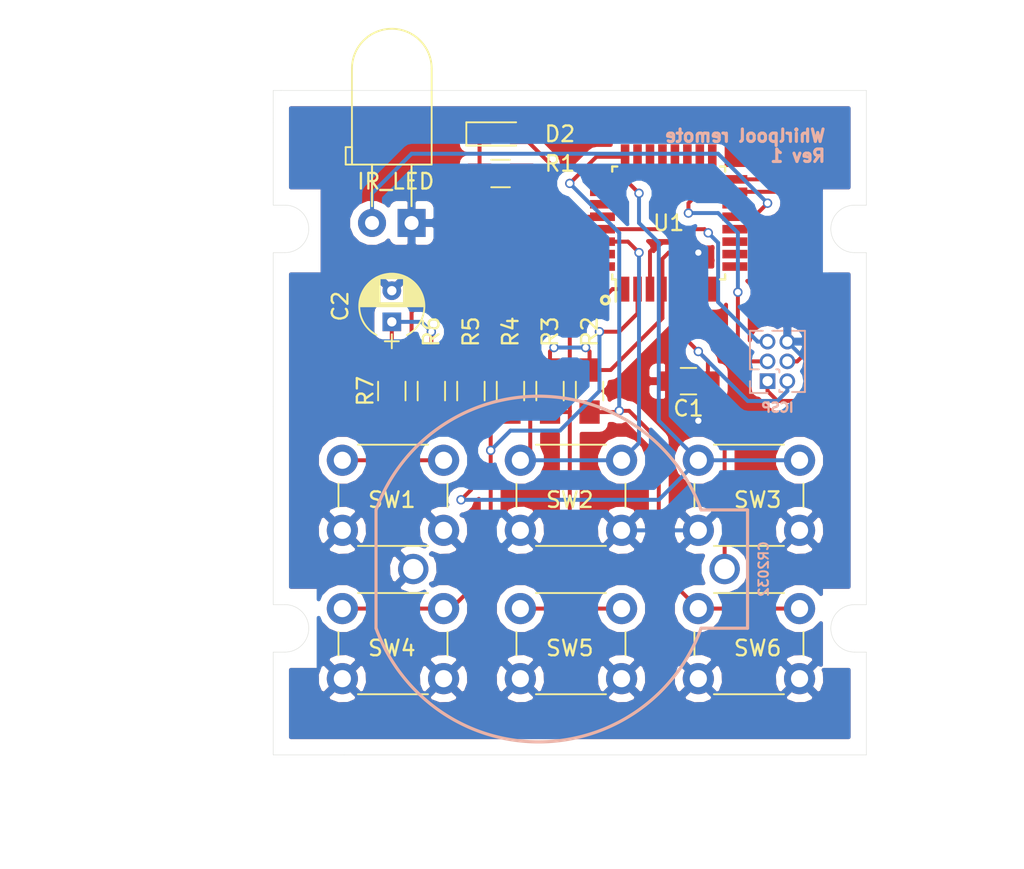
<source format=kicad_pcb>
(kicad_pcb (version 4) (host pcbnew 4.0.7)

  (general
    (links 55)
    (no_connects 0)
    (area 117.578287 55.986 186.666 113.952001)
    (thickness 1.6)
    (drawings 35)
    (tracks 176)
    (zones 0)
    (modules 20)
    (nets 16)
  )

  (page A4)
  (layers
    (0 F.Cu signal)
    (31 B.Cu signal)
    (32 B.Adhes user)
    (33 F.Adhes user)
    (34 B.Paste user)
    (35 F.Paste user)
    (36 B.SilkS user)
    (37 F.SilkS user)
    (38 B.Mask user)
    (39 F.Mask user)
    (40 Dwgs.User user)
    (41 Cmts.User user)
    (42 Eco1.User user)
    (43 Eco2.User user)
    (44 Edge.Cuts user)
    (45 Margin user)
    (46 B.CrtYd user)
    (47 F.CrtYd user)
    (48 B.Fab user)
    (49 F.Fab user)
  )

  (setup
    (last_trace_width 0.254)
    (trace_clearance 0.254)
    (zone_clearance 0.508)
    (zone_45_only no)
    (trace_min 0.2)
    (segment_width 0.2)
    (edge_width 0.0254)
    (via_size 0.6)
    (via_drill 0.4)
    (via_min_size 0.4)
    (via_min_drill 0.3)
    (uvia_size 0.3)
    (uvia_drill 0.1)
    (uvias_allowed no)
    (uvia_min_size 0.2)
    (uvia_min_drill 0.1)
    (pcb_text_width 0.3)
    (pcb_text_size 1.5 1.5)
    (mod_edge_width 0.15)
    (mod_text_size 1 1)
    (mod_text_width 0.15)
    (pad_size 1.524 1.524)
    (pad_drill 0.762)
    (pad_to_mask_clearance 0.2)
    (aux_axis_origin 0 0)
    (visible_elements 7FFFFFFF)
    (pcbplotparams
      (layerselection 0x010f0_80000001)
      (usegerberextensions true)
      (excludeedgelayer true)
      (linewidth 0.100000)
      (plotframeref false)
      (viasonmask false)
      (mode 1)
      (useauxorigin false)
      (hpglpennumber 1)
      (hpglpenspeed 20)
      (hpglpendiameter 15)
      (hpglpenoverlay 2)
      (psnegative false)
      (psa4output false)
      (plotreference true)
      (plotvalue true)
      (plotinvisibletext false)
      (padsonsilk false)
      (subtractmaskfromsilk false)
      (outputformat 1)
      (mirror false)
      (drillshape 0)
      (scaleselection 1)
      (outputdirectory C:/Users/wilco/remote-gerbers/))
  )

  (net 0 "")
  (net 1 +BATT)
  (net 2 GND)
  (net 3 "Net-(D1-Pad2)")
  (net 4 "Net-(D2-Pad1)")
  (net 5 "Net-(D2-Pad2)")
  (net 6 MISO)
  (net 7 SCK)
  (net 8 MOSI)
  (net 9 RESET)
  (net 10 BTN6)
  (net 11 BTN5)
  (net 12 BTN4)
  (net 13 BTN3)
  (net 14 BTN2)
  (net 15 BTN1)

  (net_class Default "This is the default net class."
    (clearance 0.254)
    (trace_width 0.254)
    (via_dia 0.6)
    (via_drill 0.4)
    (uvia_dia 0.3)
    (uvia_drill 0.1)
    (add_net +BATT)
    (add_net BTN1)
    (add_net BTN2)
    (add_net BTN3)
    (add_net BTN4)
    (add_net BTN5)
    (add_net BTN6)
    (add_net GND)
    (add_net MISO)
    (add_net MOSI)
    (add_net "Net-(D1-Pad2)")
    (add_net "Net-(D2-Pad1)")
    (add_net "Net-(D2-Pad2)")
    (add_net RESET)
    (add_net SCK)
  )

  (module Capacitors_SMD:C_0805_HandSoldering (layer F.Cu) (tedit 58AA84A8) (tstamp 5A9C47D3)
    (at 161.29 80.645 180)
    (descr "Capacitor SMD 0805, hand soldering")
    (tags "capacitor 0805")
    (path /5A9C3EA9)
    (attr smd)
    (fp_text reference C1 (at 0 -1.75 180) (layer F.SilkS)
      (effects (font (size 1 1) (thickness 0.15)))
    )
    (fp_text value 10nF (at 0 1.75 180) (layer F.Fab)
      (effects (font (size 1 1) (thickness 0.15)))
    )
    (fp_text user %R (at 0 -1.75 180) (layer F.Fab)
      (effects (font (size 1 1) (thickness 0.15)))
    )
    (fp_line (start -1 0.62) (end -1 -0.62) (layer F.Fab) (width 0.1))
    (fp_line (start 1 0.62) (end -1 0.62) (layer F.Fab) (width 0.1))
    (fp_line (start 1 -0.62) (end 1 0.62) (layer F.Fab) (width 0.1))
    (fp_line (start -1 -0.62) (end 1 -0.62) (layer F.Fab) (width 0.1))
    (fp_line (start 0.5 -0.85) (end -0.5 -0.85) (layer F.SilkS) (width 0.12))
    (fp_line (start -0.5 0.85) (end 0.5 0.85) (layer F.SilkS) (width 0.12))
    (fp_line (start -2.25 -0.88) (end 2.25 -0.88) (layer F.CrtYd) (width 0.05))
    (fp_line (start -2.25 -0.88) (end -2.25 0.87) (layer F.CrtYd) (width 0.05))
    (fp_line (start 2.25 0.87) (end 2.25 -0.88) (layer F.CrtYd) (width 0.05))
    (fp_line (start 2.25 0.87) (end -2.25 0.87) (layer F.CrtYd) (width 0.05))
    (pad 1 smd rect (at -1.25 0 180) (size 1.5 1.25) (layers F.Cu F.Paste F.Mask)
      (net 1 +BATT))
    (pad 2 smd rect (at 1.25 0 180) (size 1.5 1.25) (layers F.Cu F.Paste F.Mask)
      (net 2 GND))
    (model Capacitors_SMD.3dshapes/C_0805.wrl
      (at (xyz 0 0 0))
      (scale (xyz 1 1 1))
      (rotate (xyz 0 0 0))
    )
  )

  (module Capacitors_THT:CP_Radial_D4.0mm_P2.00mm (layer F.Cu) (tedit 597BC7C2) (tstamp 5A9C47D9)
    (at 142.24 76.835 90)
    (descr "CP, Radial series, Radial, pin pitch=2.00mm, , diameter=4mm, Electrolytic Capacitor")
    (tags "CP Radial series Radial pin pitch 2.00mm  diameter 4mm Electrolytic Capacitor")
    (path /5A9C47D3)
    (fp_text reference C2 (at 1 -3.31 90) (layer F.SilkS)
      (effects (font (size 1 1) (thickness 0.15)))
    )
    (fp_text value 10uF (at 1 3.31 90) (layer F.Fab)
      (effects (font (size 1 1) (thickness 0.15)))
    )
    (fp_arc (start 1 0) (end -0.845996 -0.98) (angle 124.1) (layer F.SilkS) (width 0.12))
    (fp_arc (start 1 0) (end -0.845996 0.98) (angle -124.1) (layer F.SilkS) (width 0.12))
    (fp_arc (start 1 0) (end 2.845996 -0.98) (angle 55.9) (layer F.SilkS) (width 0.12))
    (fp_circle (center 1 0) (end 3 0) (layer F.Fab) (width 0.1))
    (fp_line (start -1.7 0) (end -0.8 0) (layer F.Fab) (width 0.1))
    (fp_line (start -1.25 -0.45) (end -1.25 0.45) (layer F.Fab) (width 0.1))
    (fp_line (start 1 -2.05) (end 1 2.05) (layer F.SilkS) (width 0.12))
    (fp_line (start 1.04 -2.05) (end 1.04 2.05) (layer F.SilkS) (width 0.12))
    (fp_line (start 1.08 -2.049) (end 1.08 2.049) (layer F.SilkS) (width 0.12))
    (fp_line (start 1.12 -2.047) (end 1.12 2.047) (layer F.SilkS) (width 0.12))
    (fp_line (start 1.16 -2.044) (end 1.16 2.044) (layer F.SilkS) (width 0.12))
    (fp_line (start 1.2 -2.041) (end 1.2 2.041) (layer F.SilkS) (width 0.12))
    (fp_line (start 1.24 -2.037) (end 1.24 -0.78) (layer F.SilkS) (width 0.12))
    (fp_line (start 1.24 0.78) (end 1.24 2.037) (layer F.SilkS) (width 0.12))
    (fp_line (start 1.28 -2.032) (end 1.28 -0.78) (layer F.SilkS) (width 0.12))
    (fp_line (start 1.28 0.78) (end 1.28 2.032) (layer F.SilkS) (width 0.12))
    (fp_line (start 1.32 -2.026) (end 1.32 -0.78) (layer F.SilkS) (width 0.12))
    (fp_line (start 1.32 0.78) (end 1.32 2.026) (layer F.SilkS) (width 0.12))
    (fp_line (start 1.36 -2.019) (end 1.36 -0.78) (layer F.SilkS) (width 0.12))
    (fp_line (start 1.36 0.78) (end 1.36 2.019) (layer F.SilkS) (width 0.12))
    (fp_line (start 1.4 -2.012) (end 1.4 -0.78) (layer F.SilkS) (width 0.12))
    (fp_line (start 1.4 0.78) (end 1.4 2.012) (layer F.SilkS) (width 0.12))
    (fp_line (start 1.44 -2.004) (end 1.44 -0.78) (layer F.SilkS) (width 0.12))
    (fp_line (start 1.44 0.78) (end 1.44 2.004) (layer F.SilkS) (width 0.12))
    (fp_line (start 1.48 -1.995) (end 1.48 -0.78) (layer F.SilkS) (width 0.12))
    (fp_line (start 1.48 0.78) (end 1.48 1.995) (layer F.SilkS) (width 0.12))
    (fp_line (start 1.52 -1.985) (end 1.52 -0.78) (layer F.SilkS) (width 0.12))
    (fp_line (start 1.52 0.78) (end 1.52 1.985) (layer F.SilkS) (width 0.12))
    (fp_line (start 1.56 -1.974) (end 1.56 -0.78) (layer F.SilkS) (width 0.12))
    (fp_line (start 1.56 0.78) (end 1.56 1.974) (layer F.SilkS) (width 0.12))
    (fp_line (start 1.6 -1.963) (end 1.6 -0.78) (layer F.SilkS) (width 0.12))
    (fp_line (start 1.6 0.78) (end 1.6 1.963) (layer F.SilkS) (width 0.12))
    (fp_line (start 1.64 -1.95) (end 1.64 -0.78) (layer F.SilkS) (width 0.12))
    (fp_line (start 1.64 0.78) (end 1.64 1.95) (layer F.SilkS) (width 0.12))
    (fp_line (start 1.68 -1.937) (end 1.68 -0.78) (layer F.SilkS) (width 0.12))
    (fp_line (start 1.68 0.78) (end 1.68 1.937) (layer F.SilkS) (width 0.12))
    (fp_line (start 1.721 -1.923) (end 1.721 -0.78) (layer F.SilkS) (width 0.12))
    (fp_line (start 1.721 0.78) (end 1.721 1.923) (layer F.SilkS) (width 0.12))
    (fp_line (start 1.761 -1.907) (end 1.761 -0.78) (layer F.SilkS) (width 0.12))
    (fp_line (start 1.761 0.78) (end 1.761 1.907) (layer F.SilkS) (width 0.12))
    (fp_line (start 1.801 -1.891) (end 1.801 -0.78) (layer F.SilkS) (width 0.12))
    (fp_line (start 1.801 0.78) (end 1.801 1.891) (layer F.SilkS) (width 0.12))
    (fp_line (start 1.841 -1.874) (end 1.841 -0.78) (layer F.SilkS) (width 0.12))
    (fp_line (start 1.841 0.78) (end 1.841 1.874) (layer F.SilkS) (width 0.12))
    (fp_line (start 1.881 -1.856) (end 1.881 -0.78) (layer F.SilkS) (width 0.12))
    (fp_line (start 1.881 0.78) (end 1.881 1.856) (layer F.SilkS) (width 0.12))
    (fp_line (start 1.921 -1.837) (end 1.921 -0.78) (layer F.SilkS) (width 0.12))
    (fp_line (start 1.921 0.78) (end 1.921 1.837) (layer F.SilkS) (width 0.12))
    (fp_line (start 1.961 -1.817) (end 1.961 -0.78) (layer F.SilkS) (width 0.12))
    (fp_line (start 1.961 0.78) (end 1.961 1.817) (layer F.SilkS) (width 0.12))
    (fp_line (start 2.001 -1.796) (end 2.001 -0.78) (layer F.SilkS) (width 0.12))
    (fp_line (start 2.001 0.78) (end 2.001 1.796) (layer F.SilkS) (width 0.12))
    (fp_line (start 2.041 -1.773) (end 2.041 -0.78) (layer F.SilkS) (width 0.12))
    (fp_line (start 2.041 0.78) (end 2.041 1.773) (layer F.SilkS) (width 0.12))
    (fp_line (start 2.081 -1.75) (end 2.081 -0.78) (layer F.SilkS) (width 0.12))
    (fp_line (start 2.081 0.78) (end 2.081 1.75) (layer F.SilkS) (width 0.12))
    (fp_line (start 2.121 -1.725) (end 2.121 -0.78) (layer F.SilkS) (width 0.12))
    (fp_line (start 2.121 0.78) (end 2.121 1.725) (layer F.SilkS) (width 0.12))
    (fp_line (start 2.161 -1.699) (end 2.161 -0.78) (layer F.SilkS) (width 0.12))
    (fp_line (start 2.161 0.78) (end 2.161 1.699) (layer F.SilkS) (width 0.12))
    (fp_line (start 2.201 -1.672) (end 2.201 -0.78) (layer F.SilkS) (width 0.12))
    (fp_line (start 2.201 0.78) (end 2.201 1.672) (layer F.SilkS) (width 0.12))
    (fp_line (start 2.241 -1.643) (end 2.241 -0.78) (layer F.SilkS) (width 0.12))
    (fp_line (start 2.241 0.78) (end 2.241 1.643) (layer F.SilkS) (width 0.12))
    (fp_line (start 2.281 -1.613) (end 2.281 -0.78) (layer F.SilkS) (width 0.12))
    (fp_line (start 2.281 0.78) (end 2.281 1.613) (layer F.SilkS) (width 0.12))
    (fp_line (start 2.321 -1.581) (end 2.321 -0.78) (layer F.SilkS) (width 0.12))
    (fp_line (start 2.321 0.78) (end 2.321 1.581) (layer F.SilkS) (width 0.12))
    (fp_line (start 2.361 -1.547) (end 2.361 -0.78) (layer F.SilkS) (width 0.12))
    (fp_line (start 2.361 0.78) (end 2.361 1.547) (layer F.SilkS) (width 0.12))
    (fp_line (start 2.401 -1.512) (end 2.401 -0.78) (layer F.SilkS) (width 0.12))
    (fp_line (start 2.401 0.78) (end 2.401 1.512) (layer F.SilkS) (width 0.12))
    (fp_line (start 2.441 -1.475) (end 2.441 -0.78) (layer F.SilkS) (width 0.12))
    (fp_line (start 2.441 0.78) (end 2.441 1.475) (layer F.SilkS) (width 0.12))
    (fp_line (start 2.481 -1.436) (end 2.481 -0.78) (layer F.SilkS) (width 0.12))
    (fp_line (start 2.481 0.78) (end 2.481 1.436) (layer F.SilkS) (width 0.12))
    (fp_line (start 2.521 -1.395) (end 2.521 -0.78) (layer F.SilkS) (width 0.12))
    (fp_line (start 2.521 0.78) (end 2.521 1.395) (layer F.SilkS) (width 0.12))
    (fp_line (start 2.561 -1.351) (end 2.561 -0.78) (layer F.SilkS) (width 0.12))
    (fp_line (start 2.561 0.78) (end 2.561 1.351) (layer F.SilkS) (width 0.12))
    (fp_line (start 2.601 -1.305) (end 2.601 -0.78) (layer F.SilkS) (width 0.12))
    (fp_line (start 2.601 0.78) (end 2.601 1.305) (layer F.SilkS) (width 0.12))
    (fp_line (start 2.641 -1.256) (end 2.641 -0.78) (layer F.SilkS) (width 0.12))
    (fp_line (start 2.641 0.78) (end 2.641 1.256) (layer F.SilkS) (width 0.12))
    (fp_line (start 2.681 -1.204) (end 2.681 -0.78) (layer F.SilkS) (width 0.12))
    (fp_line (start 2.681 0.78) (end 2.681 1.204) (layer F.SilkS) (width 0.12))
    (fp_line (start 2.721 -1.148) (end 2.721 -0.78) (layer F.SilkS) (width 0.12))
    (fp_line (start 2.721 0.78) (end 2.721 1.148) (layer F.SilkS) (width 0.12))
    (fp_line (start 2.761 -1.088) (end 2.761 -0.78) (layer F.SilkS) (width 0.12))
    (fp_line (start 2.761 0.78) (end 2.761 1.088) (layer F.SilkS) (width 0.12))
    (fp_line (start 2.801 -1.023) (end 2.801 1.023) (layer F.SilkS) (width 0.12))
    (fp_line (start 2.841 -0.952) (end 2.841 0.952) (layer F.SilkS) (width 0.12))
    (fp_line (start 2.881 -0.874) (end 2.881 0.874) (layer F.SilkS) (width 0.12))
    (fp_line (start 2.921 -0.786) (end 2.921 0.786) (layer F.SilkS) (width 0.12))
    (fp_line (start 2.961 -0.686) (end 2.961 0.686) (layer F.SilkS) (width 0.12))
    (fp_line (start 3.001 -0.567) (end 3.001 0.567) (layer F.SilkS) (width 0.12))
    (fp_line (start 3.041 -0.415) (end 3.041 0.415) (layer F.SilkS) (width 0.12))
    (fp_line (start 3.081 -0.165) (end 3.081 0.165) (layer F.SilkS) (width 0.12))
    (fp_line (start -1.7 0) (end -0.8 0) (layer F.SilkS) (width 0.12))
    (fp_line (start -1.25 -0.45) (end -1.25 0.45) (layer F.SilkS) (width 0.12))
    (fp_line (start -1.35 -2.35) (end -1.35 2.35) (layer F.CrtYd) (width 0.05))
    (fp_line (start -1.35 2.35) (end 3.35 2.35) (layer F.CrtYd) (width 0.05))
    (fp_line (start 3.35 2.35) (end 3.35 -2.35) (layer F.CrtYd) (width 0.05))
    (fp_line (start 3.35 -2.35) (end -1.35 -2.35) (layer F.CrtYd) (width 0.05))
    (fp_text user %R (at 1 0 90) (layer F.Fab)
      (effects (font (size 1 1) (thickness 0.15)))
    )
    (pad 1 thru_hole rect (at 0 0 90) (size 1.2 1.2) (drill 0.6) (layers *.Cu *.Mask)
      (net 1 +BATT))
    (pad 2 thru_hole circle (at 2 0 90) (size 1.2 1.2) (drill 0.6) (layers *.Cu *.Mask)
      (net 2 GND))
    (model ${KISYS3DMOD}/Capacitors_THT.3dshapes/CP_Radial_D4.0mm_P2.00mm.wrl
      (at (xyz 0 0 0))
      (scale (xyz 1 1 1))
      (rotate (xyz 0 0 0))
    )
  )

  (module LEDs:LED_D5.0mm_Horizontal_O3.81mm_Z3.0mm (layer F.Cu) (tedit 5A9EE5EE) (tstamp 5A9C47DF)
    (at 143.51 70.485 180)
    (descr "LED, diameter 5.0mm z-position of LED center 3.0mm, 2 pins, diameter 5.0mm z-position of LED center 3.0mm, 2 pins")
    (tags "LED diameter 5.0mm z-position of LED center 3.0mm 2 pins diameter 5.0mm z-position of LED center 3.0mm 2 pins")
    (path /5A9C0907)
    (fp_text reference IR_LED (at 1.016 2.667 180) (layer F.SilkS)
      (effects (font (size 1 1) (thickness 0.15)))
    )
    (fp_text value IR_LED (at 1.27 13.47 180) (layer F.Fab)
      (effects (font (size 1 1) (thickness 0.15)))
    )
    (fp_arc (start 1.27 9.91) (end -1.23 9.91) (angle -180) (layer F.Fab) (width 0.1))
    (fp_arc (start 1.27 9.91) (end -1.29 9.91) (angle -180) (layer F.SilkS) (width 0.12))
    (fp_line (start -1.23 3.81) (end -1.23 9.91) (layer F.Fab) (width 0.1))
    (fp_line (start 3.77 3.81) (end 3.77 9.91) (layer F.Fab) (width 0.1))
    (fp_line (start -1.23 3.81) (end 3.77 3.81) (layer F.Fab) (width 0.1))
    (fp_line (start 4.17 3.81) (end 4.17 4.81) (layer F.Fab) (width 0.1))
    (fp_line (start 4.17 4.81) (end 3.77 4.81) (layer F.Fab) (width 0.1))
    (fp_line (start 3.77 4.81) (end 3.77 3.81) (layer F.Fab) (width 0.1))
    (fp_line (start 3.77 3.81) (end 4.17 3.81) (layer F.Fab) (width 0.1))
    (fp_line (start 0 0) (end 0 3.81) (layer F.Fab) (width 0.1))
    (fp_line (start 0 3.81) (end 0 3.81) (layer F.Fab) (width 0.1))
    (fp_line (start 0 3.81) (end 0 0) (layer F.Fab) (width 0.1))
    (fp_line (start 0 0) (end 0 0) (layer F.Fab) (width 0.1))
    (fp_line (start 2.54 0) (end 2.54 3.81) (layer F.Fab) (width 0.1))
    (fp_line (start 2.54 3.81) (end 2.54 3.81) (layer F.Fab) (width 0.1))
    (fp_line (start 2.54 3.81) (end 2.54 0) (layer F.Fab) (width 0.1))
    (fp_line (start 2.54 0) (end 2.54 0) (layer F.Fab) (width 0.1))
    (fp_line (start -1.29 3.75) (end -1.29 9.91) (layer F.SilkS) (width 0.12))
    (fp_line (start 3.83 3.75) (end 3.83 9.91) (layer F.SilkS) (width 0.12))
    (fp_line (start -1.29 3.75) (end 3.83 3.75) (layer F.SilkS) (width 0.12))
    (fp_line (start 4.23 3.75) (end 4.23 4.87) (layer F.SilkS) (width 0.12))
    (fp_line (start 4.23 4.87) (end 3.83 4.87) (layer F.SilkS) (width 0.12))
    (fp_line (start 3.83 4.87) (end 3.83 3.75) (layer F.SilkS) (width 0.12))
    (fp_line (start 3.83 3.75) (end 4.23 3.75) (layer F.SilkS) (width 0.12))
    (fp_line (start 0 1.08) (end 0 3.75) (layer F.SilkS) (width 0.12))
    (fp_line (start 0 3.75) (end 0 3.75) (layer F.SilkS) (width 0.12))
    (fp_line (start 0 3.75) (end 0 1.08) (layer F.SilkS) (width 0.12))
    (fp_line (start 0 1.08) (end 0 1.08) (layer F.SilkS) (width 0.12))
    (fp_line (start 2.54 1.08) (end 2.54 3.75) (layer F.SilkS) (width 0.12))
    (fp_line (start 2.54 3.75) (end 2.54 3.75) (layer F.SilkS) (width 0.12))
    (fp_line (start 2.54 3.75) (end 2.54 1.08) (layer F.SilkS) (width 0.12))
    (fp_line (start 2.54 1.08) (end 2.54 1.08) (layer F.SilkS) (width 0.12))
    (fp_line (start -1.95 -1.25) (end -1.95 12.75) (layer F.CrtYd) (width 0.05))
    (fp_line (start -1.95 12.75) (end 4.5 12.75) (layer F.CrtYd) (width 0.05))
    (fp_line (start 4.5 12.75) (end 4.5 -1.25) (layer F.CrtYd) (width 0.05))
    (fp_line (start 4.5 -1.25) (end -1.95 -1.25) (layer F.CrtYd) (width 0.05))
    (pad 1 thru_hole rect (at 0 0 180) (size 1.8 1.8) (drill 0.9) (layers *.Cu *.Mask)
      (net 2 GND))
    (pad 2 thru_hole circle (at 2.54 0 180) (size 1.8 1.8) (drill 0.9) (layers *.Cu *.Mask)
      (net 3 "Net-(D1-Pad2)"))
    (model ${KISYS3DMOD}/LEDs.3dshapes/LED_D5.0mm_Horizontal_O3.81mm_Z3.0mm.wrl
      (at (xyz 0 0 0))
      (scale (xyz 0.393701 0.393701 0.393701))
      (rotate (xyz 0 0 0))
    )
  )

  (module LEDs:LED_0805_HandSoldering (layer F.Cu) (tedit 5A9C5CBC) (tstamp 5A9C47E5)
    (at 149.225 64.77)
    (descr "Resistor SMD 0805, hand soldering")
    (tags "resistor 0805")
    (path /5A9C0992)
    (attr smd)
    (fp_text reference D2 (at 3.81 0) (layer F.SilkS)
      (effects (font (size 1 1) (thickness 0.15)))
    )
    (fp_text value LED (at 0 1.75) (layer F.Fab)
      (effects (font (size 1 1) (thickness 0.15)))
    )
    (fp_line (start -0.4 -0.4) (end -0.4 0.4) (layer F.Fab) (width 0.1))
    (fp_line (start -0.4 0) (end 0.2 -0.4) (layer F.Fab) (width 0.1))
    (fp_line (start 0.2 0.4) (end -0.4 0) (layer F.Fab) (width 0.1))
    (fp_line (start 0.2 -0.4) (end 0.2 0.4) (layer F.Fab) (width 0.1))
    (fp_line (start -1 0.62) (end -1 -0.62) (layer F.Fab) (width 0.1))
    (fp_line (start 1 0.62) (end -1 0.62) (layer F.Fab) (width 0.1))
    (fp_line (start 1 -0.62) (end 1 0.62) (layer F.Fab) (width 0.1))
    (fp_line (start -1 -0.62) (end 1 -0.62) (layer F.Fab) (width 0.1))
    (fp_line (start 1 0.75) (end -2.2 0.75) (layer F.SilkS) (width 0.12))
    (fp_line (start -2.2 -0.75) (end 1 -0.75) (layer F.SilkS) (width 0.12))
    (fp_line (start -2.35 -0.9) (end 2.35 -0.9) (layer F.CrtYd) (width 0.05))
    (fp_line (start -2.35 -0.9) (end -2.35 0.9) (layer F.CrtYd) (width 0.05))
    (fp_line (start 2.35 0.9) (end 2.35 -0.9) (layer F.CrtYd) (width 0.05))
    (fp_line (start 2.35 0.9) (end -2.35 0.9) (layer F.CrtYd) (width 0.05))
    (fp_line (start -2.2 -0.75) (end -2.2 0.75) (layer F.SilkS) (width 0.12))
    (pad 1 smd rect (at -1.35 0) (size 1.5 1.3) (layers F.Cu F.Paste F.Mask)
      (net 4 "Net-(D2-Pad1)"))
    (pad 2 smd rect (at 1.35 0) (size 1.5 1.3) (layers F.Cu F.Paste F.Mask)
      (net 5 "Net-(D2-Pad2)"))
    (model ${KISYS3DMOD}/LEDs.3dshapes/LED_0805.wrl
      (at (xyz 0 0 0))
      (scale (xyz 1 1 1))
      (rotate (xyz 0 0 0))
    )
  )

  (module Pin_Headers:Pin_Header_Straight_2x03_Pitch1.27mm (layer B.Cu) (tedit 5A9EED35) (tstamp 5A9C47EF)
    (at 166.37 80.645)
    (descr "Through hole straight pin header, 2x03, 1.27mm pitch, double rows")
    (tags "Through hole pin header THT 2x03 1.27mm double row")
    (path /5A9BFBF6)
    (fp_text reference ICSP (at 0.635 1.695) (layer B.SilkS)
      (effects (font (size 0.6 0.6) (thickness 0.15)) (justify mirror))
    )
    (fp_text value Conn_02x03_Odd_Even (at 0.635 -4.235) (layer B.Fab) hide
      (effects (font (size 1 1) (thickness 0.15)) (justify mirror))
    )
    (fp_line (start -0.2175 0.635) (end 2.34 0.635) (layer B.Fab) (width 0.1))
    (fp_line (start 2.34 0.635) (end 2.34 -3.175) (layer B.Fab) (width 0.1))
    (fp_line (start 2.34 -3.175) (end -1.07 -3.175) (layer B.Fab) (width 0.1))
    (fp_line (start -1.07 -3.175) (end -1.07 -0.2175) (layer B.Fab) (width 0.1))
    (fp_line (start -1.07 -0.2175) (end -0.2175 0.635) (layer B.Fab) (width 0.1))
    (fp_line (start -1.13 -3.235) (end -0.30753 -3.235) (layer B.SilkS) (width 0.12))
    (fp_line (start 1.57753 -3.235) (end 2.4 -3.235) (layer B.SilkS) (width 0.12))
    (fp_line (start 0.30753 -3.235) (end 0.96247 -3.235) (layer B.SilkS) (width 0.12))
    (fp_line (start -1.13 -0.76) (end -1.13 -3.235) (layer B.SilkS) (width 0.12))
    (fp_line (start 2.4 0.695) (end 2.4 -3.235) (layer B.SilkS) (width 0.12))
    (fp_line (start -1.13 -0.76) (end -0.563471 -0.76) (layer B.SilkS) (width 0.12))
    (fp_line (start 0.563471 -0.76) (end 0.706529 -0.76) (layer B.SilkS) (width 0.12))
    (fp_line (start 0.76 -0.706529) (end 0.76 -0.563471) (layer B.SilkS) (width 0.12))
    (fp_line (start 0.76 0.563471) (end 0.76 0.695) (layer B.SilkS) (width 0.12))
    (fp_line (start 0.76 0.695) (end 0.96247 0.695) (layer B.SilkS) (width 0.12))
    (fp_line (start 1.57753 0.695) (end 2.4 0.695) (layer B.SilkS) (width 0.12))
    (fp_line (start -1.13 0) (end -1.13 0.76) (layer B.SilkS) (width 0.12))
    (fp_line (start -1.13 0.76) (end 0 0.76) (layer B.SilkS) (width 0.12))
    (fp_line (start -1.6 1.15) (end -1.6 -3.7) (layer B.CrtYd) (width 0.05))
    (fp_line (start -1.6 -3.7) (end 2.85 -3.7) (layer B.CrtYd) (width 0.05))
    (fp_line (start 2.85 -3.7) (end 2.85 1.15) (layer B.CrtYd) (width 0.05))
    (fp_line (start 2.85 1.15) (end -1.6 1.15) (layer B.CrtYd) (width 0.05))
    (fp_text user %R (at 0.635 -1.27 270) (layer B.Fab)
      (effects (font (size 1 1) (thickness 0.15)) (justify mirror))
    )
    (pad 1 thru_hole rect (at 0 0) (size 1 1) (drill 0.65) (layers *.Cu *.Mask)
      (net 6 MISO))
    (pad 2 thru_hole oval (at 1.27 0) (size 1 1) (drill 0.65) (layers *.Cu *.Mask)
      (net 1 +BATT))
    (pad 3 thru_hole oval (at 0 -1.27) (size 1 1) (drill 0.65) (layers *.Cu *.Mask)
      (net 7 SCK))
    (pad 4 thru_hole oval (at 1.27 -1.27) (size 1 1) (drill 0.65) (layers *.Cu *.Mask)
      (net 8 MOSI))
    (pad 5 thru_hole oval (at 0 -2.54) (size 1 1) (drill 0.65) (layers *.Cu *.Mask)
      (net 9 RESET))
    (pad 6 thru_hole oval (at 1.27 -2.54) (size 1 1) (drill 0.65) (layers *.Cu *.Mask)
      (net 2 GND))
    (model ${KISYS3DMOD}/Pin_Headers.3dshapes/Pin_Header_Straight_2x03_Pitch1.27mm.wrl
      (at (xyz 0 0 0))
      (scale (xyz 1 1 1))
      (rotate (xyz 0 0 0))
    )
  )

  (module Buttons_Switches_THT:SW_PUSH_6mm_h7.3mm (layer F.Cu) (tedit 5A9C5D08) (tstamp 5A9C482F)
    (at 139.065 85.725)
    (descr "tactile push button, 6x6mm e.g. PHAP33xx series, height=7.3mm")
    (tags "tact sw push 6mm")
    (path /5A9C00F4)
    (fp_text reference SW1 (at 3.175 2.54) (layer F.SilkS)
      (effects (font (size 1 1) (thickness 0.15)))
    )
    (fp_text value SW_Push (at 3.75 6.7) (layer F.Fab)
      (effects (font (size 1 1) (thickness 0.15)))
    )
    (fp_text user %R (at 3.25 2.25) (layer F.Fab)
      (effects (font (size 1 1) (thickness 0.15)))
    )
    (fp_line (start 3.25 -0.75) (end 6.25 -0.75) (layer F.Fab) (width 0.1))
    (fp_line (start 6.25 -0.75) (end 6.25 5.25) (layer F.Fab) (width 0.1))
    (fp_line (start 6.25 5.25) (end 0.25 5.25) (layer F.Fab) (width 0.1))
    (fp_line (start 0.25 5.25) (end 0.25 -0.75) (layer F.Fab) (width 0.1))
    (fp_line (start 0.25 -0.75) (end 3.25 -0.75) (layer F.Fab) (width 0.1))
    (fp_line (start 7.75 6) (end 8 6) (layer F.CrtYd) (width 0.05))
    (fp_line (start 8 6) (end 8 5.75) (layer F.CrtYd) (width 0.05))
    (fp_line (start 7.75 -1.5) (end 8 -1.5) (layer F.CrtYd) (width 0.05))
    (fp_line (start 8 -1.5) (end 8 -1.25) (layer F.CrtYd) (width 0.05))
    (fp_line (start -1.5 -1.25) (end -1.5 -1.5) (layer F.CrtYd) (width 0.05))
    (fp_line (start -1.5 -1.5) (end -1.25 -1.5) (layer F.CrtYd) (width 0.05))
    (fp_line (start -1.5 5.75) (end -1.5 6) (layer F.CrtYd) (width 0.05))
    (fp_line (start -1.5 6) (end -1.25 6) (layer F.CrtYd) (width 0.05))
    (fp_line (start -1.25 -1.5) (end 7.75 -1.5) (layer F.CrtYd) (width 0.05))
    (fp_line (start -1.5 5.75) (end -1.5 -1.25) (layer F.CrtYd) (width 0.05))
    (fp_line (start 7.75 6) (end -1.25 6) (layer F.CrtYd) (width 0.05))
    (fp_line (start 8 -1.25) (end 8 5.75) (layer F.CrtYd) (width 0.05))
    (fp_line (start 1 5.5) (end 5.5 5.5) (layer F.SilkS) (width 0.12))
    (fp_line (start -0.25 1.5) (end -0.25 3) (layer F.SilkS) (width 0.12))
    (fp_line (start 5.5 -1) (end 1 -1) (layer F.SilkS) (width 0.12))
    (fp_line (start 6.75 3) (end 6.75 1.5) (layer F.SilkS) (width 0.12))
    (fp_circle (center 3.25 2.25) (end 1.25 2.5) (layer F.Fab) (width 0.1))
    (pad 2 thru_hole circle (at 0 4.5 90) (size 2 2) (drill 1.1) (layers *.Cu *.Mask)
      (net 2 GND))
    (pad 1 thru_hole circle (at 0 0 90) (size 2 2) (drill 1.1) (layers *.Cu *.Mask)
      (net 15 BTN1))
    (pad 2 thru_hole circle (at 6.5 4.5 90) (size 2 2) (drill 1.1) (layers *.Cu *.Mask)
      (net 2 GND))
    (pad 1 thru_hole circle (at 6.5 0 90) (size 2 2) (drill 1.1) (layers *.Cu *.Mask)
      (net 15 BTN1))
    (model ${KISYS3DMOD}/Buttons_Switches_THT.3dshapes/SW_PUSH_6mm_h7.3mm.wrl
      (at (xyz 0.005 0 0))
      (scale (xyz 0.3937 0.3937 0.3937))
      (rotate (xyz 0 0 0))
    )
  )

  (module Buttons_Switches_THT:SW_PUSH_6mm_h7.3mm (layer F.Cu) (tedit 5A9C5D0B) (tstamp 5A9C4837)
    (at 150.495 85.725)
    (descr "tactile push button, 6x6mm e.g. PHAP33xx series, height=7.3mm")
    (tags "tact sw push 6mm")
    (path /5A9C016B)
    (fp_text reference SW2 (at 3.175 2.54) (layer F.SilkS)
      (effects (font (size 1 1) (thickness 0.15)))
    )
    (fp_text value SW_Push (at 3.75 6.7) (layer F.Fab)
      (effects (font (size 1 1) (thickness 0.15)))
    )
    (fp_text user %R (at 3.25 2.25) (layer F.Fab)
      (effects (font (size 1 1) (thickness 0.15)))
    )
    (fp_line (start 3.25 -0.75) (end 6.25 -0.75) (layer F.Fab) (width 0.1))
    (fp_line (start 6.25 -0.75) (end 6.25 5.25) (layer F.Fab) (width 0.1))
    (fp_line (start 6.25 5.25) (end 0.25 5.25) (layer F.Fab) (width 0.1))
    (fp_line (start 0.25 5.25) (end 0.25 -0.75) (layer F.Fab) (width 0.1))
    (fp_line (start 0.25 -0.75) (end 3.25 -0.75) (layer F.Fab) (width 0.1))
    (fp_line (start 7.75 6) (end 8 6) (layer F.CrtYd) (width 0.05))
    (fp_line (start 8 6) (end 8 5.75) (layer F.CrtYd) (width 0.05))
    (fp_line (start 7.75 -1.5) (end 8 -1.5) (layer F.CrtYd) (width 0.05))
    (fp_line (start 8 -1.5) (end 8 -1.25) (layer F.CrtYd) (width 0.05))
    (fp_line (start -1.5 -1.25) (end -1.5 -1.5) (layer F.CrtYd) (width 0.05))
    (fp_line (start -1.5 -1.5) (end -1.25 -1.5) (layer F.CrtYd) (width 0.05))
    (fp_line (start -1.5 5.75) (end -1.5 6) (layer F.CrtYd) (width 0.05))
    (fp_line (start -1.5 6) (end -1.25 6) (layer F.CrtYd) (width 0.05))
    (fp_line (start -1.25 -1.5) (end 7.75 -1.5) (layer F.CrtYd) (width 0.05))
    (fp_line (start -1.5 5.75) (end -1.5 -1.25) (layer F.CrtYd) (width 0.05))
    (fp_line (start 7.75 6) (end -1.25 6) (layer F.CrtYd) (width 0.05))
    (fp_line (start 8 -1.25) (end 8 5.75) (layer F.CrtYd) (width 0.05))
    (fp_line (start 1 5.5) (end 5.5 5.5) (layer F.SilkS) (width 0.12))
    (fp_line (start -0.25 1.5) (end -0.25 3) (layer F.SilkS) (width 0.12))
    (fp_line (start 5.5 -1) (end 1 -1) (layer F.SilkS) (width 0.12))
    (fp_line (start 6.75 3) (end 6.75 1.5) (layer F.SilkS) (width 0.12))
    (fp_circle (center 3.25 2.25) (end 1.25 2.5) (layer F.Fab) (width 0.1))
    (pad 2 thru_hole circle (at 0 4.5 90) (size 2 2) (drill 1.1) (layers *.Cu *.Mask)
      (net 2 GND))
    (pad 1 thru_hole circle (at 0 0 90) (size 2 2) (drill 1.1) (layers *.Cu *.Mask)
      (net 14 BTN2))
    (pad 2 thru_hole circle (at 6.5 4.5 90) (size 2 2) (drill 1.1) (layers *.Cu *.Mask)
      (net 2 GND))
    (pad 1 thru_hole circle (at 6.5 0 90) (size 2 2) (drill 1.1) (layers *.Cu *.Mask)
      (net 14 BTN2))
    (model ${KISYS3DMOD}/Buttons_Switches_THT.3dshapes/SW_PUSH_6mm_h7.3mm.wrl
      (at (xyz 0.005 0 0))
      (scale (xyz 0.3937 0.3937 0.3937))
      (rotate (xyz 0 0 0))
    )
  )

  (module Buttons_Switches_THT:SW_PUSH_6mm_h7.3mm (layer F.Cu) (tedit 5A9C5D10) (tstamp 5A9C483F)
    (at 161.925 85.725)
    (descr "tactile push button, 6x6mm e.g. PHAP33xx series, height=7.3mm")
    (tags "tact sw push 6mm")
    (path /5A9C0196)
    (fp_text reference SW3 (at 3.81 2.54) (layer F.SilkS)
      (effects (font (size 1 1) (thickness 0.15)))
    )
    (fp_text value SW_Push (at 3.75 6.7) (layer F.Fab)
      (effects (font (size 1 1) (thickness 0.15)))
    )
    (fp_text user %R (at 3.25 2.25) (layer F.Fab)
      (effects (font (size 1 1) (thickness 0.15)))
    )
    (fp_line (start 3.25 -0.75) (end 6.25 -0.75) (layer F.Fab) (width 0.1))
    (fp_line (start 6.25 -0.75) (end 6.25 5.25) (layer F.Fab) (width 0.1))
    (fp_line (start 6.25 5.25) (end 0.25 5.25) (layer F.Fab) (width 0.1))
    (fp_line (start 0.25 5.25) (end 0.25 -0.75) (layer F.Fab) (width 0.1))
    (fp_line (start 0.25 -0.75) (end 3.25 -0.75) (layer F.Fab) (width 0.1))
    (fp_line (start 7.75 6) (end 8 6) (layer F.CrtYd) (width 0.05))
    (fp_line (start 8 6) (end 8 5.75) (layer F.CrtYd) (width 0.05))
    (fp_line (start 7.75 -1.5) (end 8 -1.5) (layer F.CrtYd) (width 0.05))
    (fp_line (start 8 -1.5) (end 8 -1.25) (layer F.CrtYd) (width 0.05))
    (fp_line (start -1.5 -1.25) (end -1.5 -1.5) (layer F.CrtYd) (width 0.05))
    (fp_line (start -1.5 -1.5) (end -1.25 -1.5) (layer F.CrtYd) (width 0.05))
    (fp_line (start -1.5 5.75) (end -1.5 6) (layer F.CrtYd) (width 0.05))
    (fp_line (start -1.5 6) (end -1.25 6) (layer F.CrtYd) (width 0.05))
    (fp_line (start -1.25 -1.5) (end 7.75 -1.5) (layer F.CrtYd) (width 0.05))
    (fp_line (start -1.5 5.75) (end -1.5 -1.25) (layer F.CrtYd) (width 0.05))
    (fp_line (start 7.75 6) (end -1.25 6) (layer F.CrtYd) (width 0.05))
    (fp_line (start 8 -1.25) (end 8 5.75) (layer F.CrtYd) (width 0.05))
    (fp_line (start 1 5.5) (end 5.5 5.5) (layer F.SilkS) (width 0.12))
    (fp_line (start -0.25 1.5) (end -0.25 3) (layer F.SilkS) (width 0.12))
    (fp_line (start 5.5 -1) (end 1 -1) (layer F.SilkS) (width 0.12))
    (fp_line (start 6.75 3) (end 6.75 1.5) (layer F.SilkS) (width 0.12))
    (fp_circle (center 3.25 2.25) (end 1.25 2.5) (layer F.Fab) (width 0.1))
    (pad 2 thru_hole circle (at 0 4.5 90) (size 2 2) (drill 1.1) (layers *.Cu *.Mask)
      (net 2 GND))
    (pad 1 thru_hole circle (at 0 0 90) (size 2 2) (drill 1.1) (layers *.Cu *.Mask)
      (net 13 BTN3))
    (pad 2 thru_hole circle (at 6.5 4.5 90) (size 2 2) (drill 1.1) (layers *.Cu *.Mask)
      (net 2 GND))
    (pad 1 thru_hole circle (at 6.5 0 90) (size 2 2) (drill 1.1) (layers *.Cu *.Mask)
      (net 13 BTN3))
    (model ${KISYS3DMOD}/Buttons_Switches_THT.3dshapes/SW_PUSH_6mm_h7.3mm.wrl
      (at (xyz 0.005 0 0))
      (scale (xyz 0.3937 0.3937 0.3937))
      (rotate (xyz 0 0 0))
    )
  )

  (module Buttons_Switches_THT:SW_PUSH_6mm_h7.3mm (layer F.Cu) (tedit 5A9C5D1B) (tstamp 5A9C4847)
    (at 139.065 95.25)
    (descr "tactile push button, 6x6mm e.g. PHAP33xx series, height=7.3mm")
    (tags "tact sw push 6mm")
    (path /5A9C01C8)
    (fp_text reference SW4 (at 3.175 2.54) (layer F.SilkS)
      (effects (font (size 1 1) (thickness 0.15)))
    )
    (fp_text value SW_Push (at 3.75 6.7) (layer F.Fab)
      (effects (font (size 1 1) (thickness 0.15)))
    )
    (fp_text user %R (at 3.25 2.25) (layer F.Fab)
      (effects (font (size 1 1) (thickness 0.15)))
    )
    (fp_line (start 3.25 -0.75) (end 6.25 -0.75) (layer F.Fab) (width 0.1))
    (fp_line (start 6.25 -0.75) (end 6.25 5.25) (layer F.Fab) (width 0.1))
    (fp_line (start 6.25 5.25) (end 0.25 5.25) (layer F.Fab) (width 0.1))
    (fp_line (start 0.25 5.25) (end 0.25 -0.75) (layer F.Fab) (width 0.1))
    (fp_line (start 0.25 -0.75) (end 3.25 -0.75) (layer F.Fab) (width 0.1))
    (fp_line (start 7.75 6) (end 8 6) (layer F.CrtYd) (width 0.05))
    (fp_line (start 8 6) (end 8 5.75) (layer F.CrtYd) (width 0.05))
    (fp_line (start 7.75 -1.5) (end 8 -1.5) (layer F.CrtYd) (width 0.05))
    (fp_line (start 8 -1.5) (end 8 -1.25) (layer F.CrtYd) (width 0.05))
    (fp_line (start -1.5 -1.25) (end -1.5 -1.5) (layer F.CrtYd) (width 0.05))
    (fp_line (start -1.5 -1.5) (end -1.25 -1.5) (layer F.CrtYd) (width 0.05))
    (fp_line (start -1.5 5.75) (end -1.5 6) (layer F.CrtYd) (width 0.05))
    (fp_line (start -1.5 6) (end -1.25 6) (layer F.CrtYd) (width 0.05))
    (fp_line (start -1.25 -1.5) (end 7.75 -1.5) (layer F.CrtYd) (width 0.05))
    (fp_line (start -1.5 5.75) (end -1.5 -1.25) (layer F.CrtYd) (width 0.05))
    (fp_line (start 7.75 6) (end -1.25 6) (layer F.CrtYd) (width 0.05))
    (fp_line (start 8 -1.25) (end 8 5.75) (layer F.CrtYd) (width 0.05))
    (fp_line (start 1 5.5) (end 5.5 5.5) (layer F.SilkS) (width 0.12))
    (fp_line (start -0.25 1.5) (end -0.25 3) (layer F.SilkS) (width 0.12))
    (fp_line (start 5.5 -1) (end 1 -1) (layer F.SilkS) (width 0.12))
    (fp_line (start 6.75 3) (end 6.75 1.5) (layer F.SilkS) (width 0.12))
    (fp_circle (center 3.25 2.25) (end 1.25 2.5) (layer F.Fab) (width 0.1))
    (pad 2 thru_hole circle (at 0 4.5 90) (size 2 2) (drill 1.1) (layers *.Cu *.Mask)
      (net 2 GND))
    (pad 1 thru_hole circle (at 0 0 90) (size 2 2) (drill 1.1) (layers *.Cu *.Mask)
      (net 12 BTN4))
    (pad 2 thru_hole circle (at 6.5 4.5 90) (size 2 2) (drill 1.1) (layers *.Cu *.Mask)
      (net 2 GND))
    (pad 1 thru_hole circle (at 6.5 0 90) (size 2 2) (drill 1.1) (layers *.Cu *.Mask)
      (net 12 BTN4))
    (model ${KISYS3DMOD}/Buttons_Switches_THT.3dshapes/SW_PUSH_6mm_h7.3mm.wrl
      (at (xyz 0.005 0 0))
      (scale (xyz 0.3937 0.3937 0.3937))
      (rotate (xyz 0 0 0))
    )
  )

  (module Buttons_Switches_THT:SW_PUSH_6mm_h7.3mm (layer F.Cu) (tedit 5A9C5D18) (tstamp 5A9C484F)
    (at 150.495 95.25)
    (descr "tactile push button, 6x6mm e.g. PHAP33xx series, height=7.3mm")
    (tags "tact sw push 6mm")
    (path /5A9C02B8)
    (fp_text reference SW5 (at 3.175 2.54) (layer F.SilkS)
      (effects (font (size 1 1) (thickness 0.15)))
    )
    (fp_text value SW_Push (at 3.75 6.7) (layer F.Fab)
      (effects (font (size 1 1) (thickness 0.15)))
    )
    (fp_text user %R (at 3.25 2.25) (layer F.Fab)
      (effects (font (size 1 1) (thickness 0.15)))
    )
    (fp_line (start 3.25 -0.75) (end 6.25 -0.75) (layer F.Fab) (width 0.1))
    (fp_line (start 6.25 -0.75) (end 6.25 5.25) (layer F.Fab) (width 0.1))
    (fp_line (start 6.25 5.25) (end 0.25 5.25) (layer F.Fab) (width 0.1))
    (fp_line (start 0.25 5.25) (end 0.25 -0.75) (layer F.Fab) (width 0.1))
    (fp_line (start 0.25 -0.75) (end 3.25 -0.75) (layer F.Fab) (width 0.1))
    (fp_line (start 7.75 6) (end 8 6) (layer F.CrtYd) (width 0.05))
    (fp_line (start 8 6) (end 8 5.75) (layer F.CrtYd) (width 0.05))
    (fp_line (start 7.75 -1.5) (end 8 -1.5) (layer F.CrtYd) (width 0.05))
    (fp_line (start 8 -1.5) (end 8 -1.25) (layer F.CrtYd) (width 0.05))
    (fp_line (start -1.5 -1.25) (end -1.5 -1.5) (layer F.CrtYd) (width 0.05))
    (fp_line (start -1.5 -1.5) (end -1.25 -1.5) (layer F.CrtYd) (width 0.05))
    (fp_line (start -1.5 5.75) (end -1.5 6) (layer F.CrtYd) (width 0.05))
    (fp_line (start -1.5 6) (end -1.25 6) (layer F.CrtYd) (width 0.05))
    (fp_line (start -1.25 -1.5) (end 7.75 -1.5) (layer F.CrtYd) (width 0.05))
    (fp_line (start -1.5 5.75) (end -1.5 -1.25) (layer F.CrtYd) (width 0.05))
    (fp_line (start 7.75 6) (end -1.25 6) (layer F.CrtYd) (width 0.05))
    (fp_line (start 8 -1.25) (end 8 5.75) (layer F.CrtYd) (width 0.05))
    (fp_line (start 1 5.5) (end 5.5 5.5) (layer F.SilkS) (width 0.12))
    (fp_line (start -0.25 1.5) (end -0.25 3) (layer F.SilkS) (width 0.12))
    (fp_line (start 5.5 -1) (end 1 -1) (layer F.SilkS) (width 0.12))
    (fp_line (start 6.75 3) (end 6.75 1.5) (layer F.SilkS) (width 0.12))
    (fp_circle (center 3.25 2.25) (end 1.25 2.5) (layer F.Fab) (width 0.1))
    (pad 2 thru_hole circle (at 0 4.5 90) (size 2 2) (drill 1.1) (layers *.Cu *.Mask)
      (net 2 GND))
    (pad 1 thru_hole circle (at 0 0 90) (size 2 2) (drill 1.1) (layers *.Cu *.Mask)
      (net 11 BTN5))
    (pad 2 thru_hole circle (at 6.5 4.5 90) (size 2 2) (drill 1.1) (layers *.Cu *.Mask)
      (net 2 GND))
    (pad 1 thru_hole circle (at 6.5 0 90) (size 2 2) (drill 1.1) (layers *.Cu *.Mask)
      (net 11 BTN5))
    (model ${KISYS3DMOD}/Buttons_Switches_THT.3dshapes/SW_PUSH_6mm_h7.3mm.wrl
      (at (xyz 0.005 0 0))
      (scale (xyz 0.3937 0.3937 0.3937))
      (rotate (xyz 0 0 0))
    )
  )

  (module Buttons_Switches_THT:SW_PUSH_6mm_h7.3mm (layer F.Cu) (tedit 5A9C5D14) (tstamp 5A9C4857)
    (at 161.925 95.25)
    (descr "tactile push button, 6x6mm e.g. PHAP33xx series, height=7.3mm")
    (tags "tact sw push 6mm")
    (path /5A9C02F2)
    (fp_text reference SW6 (at 3.81 2.54) (layer F.SilkS)
      (effects (font (size 1 1) (thickness 0.15)))
    )
    (fp_text value SW_Push (at 3.75 6.7) (layer F.Fab)
      (effects (font (size 1 1) (thickness 0.15)))
    )
    (fp_text user %R (at 3.25 2.25) (layer F.Fab)
      (effects (font (size 1 1) (thickness 0.15)))
    )
    (fp_line (start 3.25 -0.75) (end 6.25 -0.75) (layer F.Fab) (width 0.1))
    (fp_line (start 6.25 -0.75) (end 6.25 5.25) (layer F.Fab) (width 0.1))
    (fp_line (start 6.25 5.25) (end 0.25 5.25) (layer F.Fab) (width 0.1))
    (fp_line (start 0.25 5.25) (end 0.25 -0.75) (layer F.Fab) (width 0.1))
    (fp_line (start 0.25 -0.75) (end 3.25 -0.75) (layer F.Fab) (width 0.1))
    (fp_line (start 7.75 6) (end 8 6) (layer F.CrtYd) (width 0.05))
    (fp_line (start 8 6) (end 8 5.75) (layer F.CrtYd) (width 0.05))
    (fp_line (start 7.75 -1.5) (end 8 -1.5) (layer F.CrtYd) (width 0.05))
    (fp_line (start 8 -1.5) (end 8 -1.25) (layer F.CrtYd) (width 0.05))
    (fp_line (start -1.5 -1.25) (end -1.5 -1.5) (layer F.CrtYd) (width 0.05))
    (fp_line (start -1.5 -1.5) (end -1.25 -1.5) (layer F.CrtYd) (width 0.05))
    (fp_line (start -1.5 5.75) (end -1.5 6) (layer F.CrtYd) (width 0.05))
    (fp_line (start -1.5 6) (end -1.25 6) (layer F.CrtYd) (width 0.05))
    (fp_line (start -1.25 -1.5) (end 7.75 -1.5) (layer F.CrtYd) (width 0.05))
    (fp_line (start -1.5 5.75) (end -1.5 -1.25) (layer F.CrtYd) (width 0.05))
    (fp_line (start 7.75 6) (end -1.25 6) (layer F.CrtYd) (width 0.05))
    (fp_line (start 8 -1.25) (end 8 5.75) (layer F.CrtYd) (width 0.05))
    (fp_line (start 1 5.5) (end 5.5 5.5) (layer F.SilkS) (width 0.12))
    (fp_line (start -0.25 1.5) (end -0.25 3) (layer F.SilkS) (width 0.12))
    (fp_line (start 5.5 -1) (end 1 -1) (layer F.SilkS) (width 0.12))
    (fp_line (start 6.75 3) (end 6.75 1.5) (layer F.SilkS) (width 0.12))
    (fp_circle (center 3.25 2.25) (end 1.25 2.5) (layer F.Fab) (width 0.1))
    (pad 2 thru_hole circle (at 0 4.5 90) (size 2 2) (drill 1.1) (layers *.Cu *.Mask)
      (net 2 GND))
    (pad 1 thru_hole circle (at 0 0 90) (size 2 2) (drill 1.1) (layers *.Cu *.Mask)
      (net 10 BTN6))
    (pad 2 thru_hole circle (at 6.5 4.5 90) (size 2 2) (drill 1.1) (layers *.Cu *.Mask)
      (net 2 GND))
    (pad 1 thru_hole circle (at 6.5 0 90) (size 2 2) (drill 1.1) (layers *.Cu *.Mask)
      (net 10 BTN6))
    (model ${KISYS3DMOD}/Buttons_Switches_THT.3dshapes/SW_PUSH_6mm_h7.3mm.wrl
      (at (xyz 0.005 0 0))
      (scale (xyz 0.3937 0.3937 0.3937))
      (rotate (xyz 0 0 0))
    )
  )

  (module Housings_QFP:TQFP-32_7x7mm_Pitch0.8mm (layer F.Cu) (tedit 5A9C5CCA) (tstamp 5A9C487B)
    (at 160.02 70.485 90)
    (descr "32-Lead Plastic Thin Quad Flatpack (PT) - 7x7x1.0 mm Body, 2.00 mm [TQFP] (see Microchip Packaging Specification 00000049BS.pdf)")
    (tags "QFP 0.8")
    (path /5A9C6875)
    (attr smd)
    (fp_text reference U1 (at 0 0 180) (layer F.SilkS)
      (effects (font (size 1 1) (thickness 0.15)))
    )
    (fp_text value ATMEGA8-16AU (at 0 6.05 90) (layer F.Fab)
      (effects (font (size 1 1) (thickness 0.15)))
    )
    (fp_text user %R (at 0 0 90) (layer F.Fab)
      (effects (font (size 1 1) (thickness 0.15)))
    )
    (fp_line (start -2.5 -3.5) (end 3.5 -3.5) (layer F.Fab) (width 0.15))
    (fp_line (start 3.5 -3.5) (end 3.5 3.5) (layer F.Fab) (width 0.15))
    (fp_line (start 3.5 3.5) (end -3.5 3.5) (layer F.Fab) (width 0.15))
    (fp_line (start -3.5 3.5) (end -3.5 -2.5) (layer F.Fab) (width 0.15))
    (fp_line (start -3.5 -2.5) (end -2.5 -3.5) (layer F.Fab) (width 0.15))
    (fp_line (start -5.3 -5.3) (end -5.3 5.3) (layer F.CrtYd) (width 0.05))
    (fp_line (start 5.3 -5.3) (end 5.3 5.3) (layer F.CrtYd) (width 0.05))
    (fp_line (start -5.3 -5.3) (end 5.3 -5.3) (layer F.CrtYd) (width 0.05))
    (fp_line (start -5.3 5.3) (end 5.3 5.3) (layer F.CrtYd) (width 0.05))
    (fp_line (start -3.625 -3.625) (end -3.625 -3.4) (layer F.SilkS) (width 0.15))
    (fp_line (start 3.625 -3.625) (end 3.625 -3.3) (layer F.SilkS) (width 0.15))
    (fp_line (start 3.625 3.625) (end 3.625 3.3) (layer F.SilkS) (width 0.15))
    (fp_line (start -3.625 3.625) (end -3.625 3.3) (layer F.SilkS) (width 0.15))
    (fp_line (start -3.625 -3.625) (end -3.3 -3.625) (layer F.SilkS) (width 0.15))
    (fp_line (start -3.625 3.625) (end -3.3 3.625) (layer F.SilkS) (width 0.15))
    (fp_line (start 3.625 3.625) (end 3.3 3.625) (layer F.SilkS) (width 0.15))
    (fp_line (start 3.625 -3.625) (end 3.3 -3.625) (layer F.SilkS) (width 0.15))
    (fp_line (start -3.625 -3.4) (end -5.05 -3.4) (layer F.SilkS) (width 0.15))
    (pad 1 smd rect (at -4.25 -2.8 90) (size 1.6 0.55) (layers F.Cu F.Paste F.Mask)
      (net 11 BTN5))
    (pad 2 smd rect (at -4.25 -2 90) (size 1.6 0.55) (layers F.Cu F.Paste F.Mask)
      (net 12 BTN4))
    (pad 3 smd rect (at -4.25 -1.2 90) (size 1.6 0.55) (layers F.Cu F.Paste F.Mask)
      (net 2 GND))
    (pad 4 smd rect (at -4.25 -0.4 90) (size 1.6 0.55) (layers F.Cu F.Paste F.Mask)
      (net 1 +BATT))
    (pad 5 smd rect (at -4.25 0.4 90) (size 1.6 0.55) (layers F.Cu F.Paste F.Mask)
      (net 2 GND))
    (pad 6 smd rect (at -4.25 1.2 90) (size 1.6 0.55) (layers F.Cu F.Paste F.Mask)
      (net 1 +BATT))
    (pad 7 smd rect (at -4.25 2 90) (size 1.6 0.55) (layers F.Cu F.Paste F.Mask))
    (pad 8 smd rect (at -4.25 2.8 90) (size 1.6 0.55) (layers F.Cu F.Paste F.Mask))
    (pad 9 smd rect (at -2.8 4.25 180) (size 1.6 0.55) (layers F.Cu F.Paste F.Mask))
    (pad 10 smd rect (at -2 4.25 180) (size 1.6 0.55) (layers F.Cu F.Paste F.Mask))
    (pad 11 smd rect (at -1.2 4.25 180) (size 1.6 0.55) (layers F.Cu F.Paste F.Mask))
    (pad 12 smd rect (at -0.4 4.25 180) (size 1.6 0.55) (layers F.Cu F.Paste F.Mask))
    (pad 13 smd rect (at 0.4 4.25 180) (size 1.6 0.55) (layers F.Cu F.Paste F.Mask)
      (net 3 "Net-(D1-Pad2)"))
    (pad 14 smd rect (at 1.2 4.25 180) (size 1.6 0.55) (layers F.Cu F.Paste F.Mask))
    (pad 15 smd rect (at 2 4.25 180) (size 1.6 0.55) (layers F.Cu F.Paste F.Mask)
      (net 8 MOSI))
    (pad 16 smd rect (at 2.8 4.25 180) (size 1.6 0.55) (layers F.Cu F.Paste F.Mask)
      (net 6 MISO))
    (pad 17 smd rect (at 4.25 2.8 90) (size 1.6 0.55) (layers F.Cu F.Paste F.Mask)
      (net 7 SCK))
    (pad 18 smd rect (at 4.25 2 90) (size 1.6 0.55) (layers F.Cu F.Paste F.Mask))
    (pad 19 smd rect (at 4.25 1.2 90) (size 1.6 0.55) (layers F.Cu F.Paste F.Mask))
    (pad 20 smd rect (at 4.25 0.4 90) (size 1.6 0.55) (layers F.Cu F.Paste F.Mask))
    (pad 21 smd rect (at 4.25 -0.4 90) (size 1.6 0.55) (layers F.Cu F.Paste F.Mask))
    (pad 22 smd rect (at 4.25 -1.2 90) (size 1.6 0.55) (layers F.Cu F.Paste F.Mask))
    (pad 23 smd rect (at 4.25 -2 90) (size 1.6 0.55) (layers F.Cu F.Paste F.Mask))
    (pad 24 smd rect (at 4.25 -2.8 90) (size 1.6 0.55) (layers F.Cu F.Paste F.Mask)
      (net 10 BTN6))
    (pad 25 smd rect (at 2.8 -4.25 180) (size 1.6 0.55) (layers F.Cu F.Paste F.Mask)
      (net 13 BTN3))
    (pad 26 smd rect (at 2 -4.25 180) (size 1.6 0.55) (layers F.Cu F.Paste F.Mask))
    (pad 27 smd rect (at 1.2 -4.25 180) (size 1.6 0.55) (layers F.Cu F.Paste F.Mask))
    (pad 28 smd rect (at 0.4 -4.25 180) (size 1.6 0.55) (layers F.Cu F.Paste F.Mask)
      (net 5 "Net-(D2-Pad2)"))
    (pad 29 smd rect (at -0.4 -4.25 180) (size 1.6 0.55) (layers F.Cu F.Paste F.Mask)
      (net 9 RESET))
    (pad 30 smd rect (at -1.2 -4.25 180) (size 1.6 0.55) (layers F.Cu F.Paste F.Mask)
      (net 14 BTN2))
    (pad 31 smd rect (at -2 -4.25 180) (size 1.6 0.55) (layers F.Cu F.Paste F.Mask))
    (pad 32 smd rect (at -2.8 -4.25 180) (size 1.6 0.55) (layers F.Cu F.Paste F.Mask)
      (net 15 BTN1))
    (model ${KISYS3DMOD}/Housings_QFP.3dshapes/TQFP-32_7x7mm_Pitch0.8mm.wrl
      (at (xyz 0 0 0))
      (scale (xyz 1 1 1))
      (rotate (xyz 0 0 0))
    )
  )

  (module Resistors_SMD:R_0805_HandSoldering (layer F.Cu) (tedit 5A9C5CBA) (tstamp 5A9C49E1)
    (at 149.225 67.31 180)
    (descr "Resistor SMD 0805, hand soldering")
    (tags "resistor 0805")
    (path /5A9C09DF)
    (attr smd)
    (fp_text reference R1 (at -3.81 0.635 180) (layer F.SilkS)
      (effects (font (size 1 1) (thickness 0.15)))
    )
    (fp_text value 300 (at 0 1.75 180) (layer F.Fab)
      (effects (font (size 1 1) (thickness 0.15)))
    )
    (fp_text user %R (at 0 0 180) (layer F.Fab)
      (effects (font (size 0.5 0.5) (thickness 0.075)))
    )
    (fp_line (start -1 0.62) (end -1 -0.62) (layer F.Fab) (width 0.1))
    (fp_line (start 1 0.62) (end -1 0.62) (layer F.Fab) (width 0.1))
    (fp_line (start 1 -0.62) (end 1 0.62) (layer F.Fab) (width 0.1))
    (fp_line (start -1 -0.62) (end 1 -0.62) (layer F.Fab) (width 0.1))
    (fp_line (start 0.6 0.88) (end -0.6 0.88) (layer F.SilkS) (width 0.12))
    (fp_line (start -0.6 -0.88) (end 0.6 -0.88) (layer F.SilkS) (width 0.12))
    (fp_line (start -2.35 -0.9) (end 2.35 -0.9) (layer F.CrtYd) (width 0.05))
    (fp_line (start -2.35 -0.9) (end -2.35 0.9) (layer F.CrtYd) (width 0.05))
    (fp_line (start 2.35 0.9) (end 2.35 -0.9) (layer F.CrtYd) (width 0.05))
    (fp_line (start 2.35 0.9) (end -2.35 0.9) (layer F.CrtYd) (width 0.05))
    (pad 1 smd rect (at -1.35 0 180) (size 1.5 1.3) (layers F.Cu F.Paste F.Mask)
      (net 2 GND))
    (pad 2 smd rect (at 1.35 0 180) (size 1.5 1.3) (layers F.Cu F.Paste F.Mask)
      (net 4 "Net-(D2-Pad1)"))
    (model ${KISYS3DMOD}/Resistors_SMD.3dshapes/R_0805.wrl
      (at (xyz 0 0 0))
      (scale (xyz 1 1 1))
      (rotate (xyz 0 0 0))
    )
  )

  (module Resistors_SMD:R_0805_HandSoldering (layer F.Cu) (tedit 5A9C5CFB) (tstamp 5A9C49E6)
    (at 154.94 81.28 90)
    (descr "Resistor SMD 0805, hand soldering")
    (tags "resistor 0805")
    (path /5A9C111B)
    (attr smd)
    (fp_text reference R2 (at 3.81 0 90) (layer F.SilkS)
      (effects (font (size 1 1) (thickness 0.15)))
    )
    (fp_text value 10K (at 0 1.75 90) (layer F.Fab)
      (effects (font (size 1 1) (thickness 0.15)))
    )
    (fp_text user %R (at 0 0 90) (layer F.Fab)
      (effects (font (size 0.5 0.5) (thickness 0.075)))
    )
    (fp_line (start -1 0.62) (end -1 -0.62) (layer F.Fab) (width 0.1))
    (fp_line (start 1 0.62) (end -1 0.62) (layer F.Fab) (width 0.1))
    (fp_line (start 1 -0.62) (end 1 0.62) (layer F.Fab) (width 0.1))
    (fp_line (start -1 -0.62) (end 1 -0.62) (layer F.Fab) (width 0.1))
    (fp_line (start 0.6 0.88) (end -0.6 0.88) (layer F.SilkS) (width 0.12))
    (fp_line (start -0.6 -0.88) (end 0.6 -0.88) (layer F.SilkS) (width 0.12))
    (fp_line (start -2.35 -0.9) (end 2.35 -0.9) (layer F.CrtYd) (width 0.05))
    (fp_line (start -2.35 -0.9) (end -2.35 0.9) (layer F.CrtYd) (width 0.05))
    (fp_line (start 2.35 0.9) (end 2.35 -0.9) (layer F.CrtYd) (width 0.05))
    (fp_line (start 2.35 0.9) (end -2.35 0.9) (layer F.CrtYd) (width 0.05))
    (pad 1 smd rect (at -1.35 0 90) (size 1.5 1.3) (layers F.Cu F.Paste F.Mask)
      (net 10 BTN6))
    (pad 2 smd rect (at 1.35 0 90) (size 1.5 1.3) (layers F.Cu F.Paste F.Mask)
      (net 1 +BATT))
    (model ${KISYS3DMOD}/Resistors_SMD.3dshapes/R_0805.wrl
      (at (xyz 0 0 0))
      (scale (xyz 1 1 1))
      (rotate (xyz 0 0 0))
    )
  )

  (module Resistors_SMD:R_0805_HandSoldering (layer F.Cu) (tedit 5A9C5CF9) (tstamp 5A9C49EB)
    (at 152.4 81.28 90)
    (descr "Resistor SMD 0805, hand soldering")
    (tags "resistor 0805")
    (path /5A9C10A3)
    (attr smd)
    (fp_text reference R3 (at 3.81 0 90) (layer F.SilkS)
      (effects (font (size 1 1) (thickness 0.15)))
    )
    (fp_text value 10K (at 0 1.75 90) (layer F.Fab)
      (effects (font (size 1 1) (thickness 0.15)))
    )
    (fp_text user %R (at 0 0 90) (layer F.Fab)
      (effects (font (size 0.5 0.5) (thickness 0.075)))
    )
    (fp_line (start -1 0.62) (end -1 -0.62) (layer F.Fab) (width 0.1))
    (fp_line (start 1 0.62) (end -1 0.62) (layer F.Fab) (width 0.1))
    (fp_line (start 1 -0.62) (end 1 0.62) (layer F.Fab) (width 0.1))
    (fp_line (start -1 -0.62) (end 1 -0.62) (layer F.Fab) (width 0.1))
    (fp_line (start 0.6 0.88) (end -0.6 0.88) (layer F.SilkS) (width 0.12))
    (fp_line (start -0.6 -0.88) (end 0.6 -0.88) (layer F.SilkS) (width 0.12))
    (fp_line (start -2.35 -0.9) (end 2.35 -0.9) (layer F.CrtYd) (width 0.05))
    (fp_line (start -2.35 -0.9) (end -2.35 0.9) (layer F.CrtYd) (width 0.05))
    (fp_line (start 2.35 0.9) (end 2.35 -0.9) (layer F.CrtYd) (width 0.05))
    (fp_line (start 2.35 0.9) (end -2.35 0.9) (layer F.CrtYd) (width 0.05))
    (pad 1 smd rect (at -1.35 0 90) (size 1.5 1.3) (layers F.Cu F.Paste F.Mask)
      (net 11 BTN5))
    (pad 2 smd rect (at 1.35 0 90) (size 1.5 1.3) (layers F.Cu F.Paste F.Mask)
      (net 1 +BATT))
    (model ${KISYS3DMOD}/Resistors_SMD.3dshapes/R_0805.wrl
      (at (xyz 0 0 0))
      (scale (xyz 1 1 1))
      (rotate (xyz 0 0 0))
    )
  )

  (module Resistors_SMD:R_0805_HandSoldering (layer F.Cu) (tedit 5A9C5CFD) (tstamp 5A9C49F0)
    (at 149.86 81.28 90)
    (descr "Resistor SMD 0805, hand soldering")
    (tags "resistor 0805")
    (path /5A9C1041)
    (attr smd)
    (fp_text reference R4 (at 3.81 0 90) (layer F.SilkS)
      (effects (font (size 1 1) (thickness 0.15)))
    )
    (fp_text value 10K (at 0 1.75 90) (layer F.Fab)
      (effects (font (size 1 1) (thickness 0.15)))
    )
    (fp_text user %R (at 0 0 90) (layer F.Fab)
      (effects (font (size 0.5 0.5) (thickness 0.075)))
    )
    (fp_line (start -1 0.62) (end -1 -0.62) (layer F.Fab) (width 0.1))
    (fp_line (start 1 0.62) (end -1 0.62) (layer F.Fab) (width 0.1))
    (fp_line (start 1 -0.62) (end 1 0.62) (layer F.Fab) (width 0.1))
    (fp_line (start -1 -0.62) (end 1 -0.62) (layer F.Fab) (width 0.1))
    (fp_line (start 0.6 0.88) (end -0.6 0.88) (layer F.SilkS) (width 0.12))
    (fp_line (start -0.6 -0.88) (end 0.6 -0.88) (layer F.SilkS) (width 0.12))
    (fp_line (start -2.35 -0.9) (end 2.35 -0.9) (layer F.CrtYd) (width 0.05))
    (fp_line (start -2.35 -0.9) (end -2.35 0.9) (layer F.CrtYd) (width 0.05))
    (fp_line (start 2.35 0.9) (end 2.35 -0.9) (layer F.CrtYd) (width 0.05))
    (fp_line (start 2.35 0.9) (end -2.35 0.9) (layer F.CrtYd) (width 0.05))
    (pad 1 smd rect (at -1.35 0 90) (size 1.5 1.3) (layers F.Cu F.Paste F.Mask)
      (net 12 BTN4))
    (pad 2 smd rect (at 1.35 0 90) (size 1.5 1.3) (layers F.Cu F.Paste F.Mask)
      (net 1 +BATT))
    (model ${KISYS3DMOD}/Resistors_SMD.3dshapes/R_0805.wrl
      (at (xyz 0 0 0))
      (scale (xyz 1 1 1))
      (rotate (xyz 0 0 0))
    )
  )

  (module Resistors_SMD:R_0805_HandSoldering (layer F.Cu) (tedit 5A9C5CFF) (tstamp 5A9C49F5)
    (at 147.32 81.28 90)
    (descr "Resistor SMD 0805, hand soldering")
    (tags "resistor 0805")
    (path /5A9C0FD5)
    (attr smd)
    (fp_text reference R5 (at 3.81 0 90) (layer F.SilkS)
      (effects (font (size 1 1) (thickness 0.15)))
    )
    (fp_text value 10K (at 0 1.75 90) (layer F.Fab)
      (effects (font (size 1 1) (thickness 0.15)))
    )
    (fp_text user %R (at 0 0 90) (layer F.Fab)
      (effects (font (size 0.5 0.5) (thickness 0.075)))
    )
    (fp_line (start -1 0.62) (end -1 -0.62) (layer F.Fab) (width 0.1))
    (fp_line (start 1 0.62) (end -1 0.62) (layer F.Fab) (width 0.1))
    (fp_line (start 1 -0.62) (end 1 0.62) (layer F.Fab) (width 0.1))
    (fp_line (start -1 -0.62) (end 1 -0.62) (layer F.Fab) (width 0.1))
    (fp_line (start 0.6 0.88) (end -0.6 0.88) (layer F.SilkS) (width 0.12))
    (fp_line (start -0.6 -0.88) (end 0.6 -0.88) (layer F.SilkS) (width 0.12))
    (fp_line (start -2.35 -0.9) (end 2.35 -0.9) (layer F.CrtYd) (width 0.05))
    (fp_line (start -2.35 -0.9) (end -2.35 0.9) (layer F.CrtYd) (width 0.05))
    (fp_line (start 2.35 0.9) (end 2.35 -0.9) (layer F.CrtYd) (width 0.05))
    (fp_line (start 2.35 0.9) (end -2.35 0.9) (layer F.CrtYd) (width 0.05))
    (pad 1 smd rect (at -1.35 0 90) (size 1.5 1.3) (layers F.Cu F.Paste F.Mask)
      (net 13 BTN3))
    (pad 2 smd rect (at 1.35 0 90) (size 1.5 1.3) (layers F.Cu F.Paste F.Mask)
      (net 1 +BATT))
    (model ${KISYS3DMOD}/Resistors_SMD.3dshapes/R_0805.wrl
      (at (xyz 0 0 0))
      (scale (xyz 1 1 1))
      (rotate (xyz 0 0 0))
    )
  )

  (module Resistors_SMD:R_0805_HandSoldering (layer F.Cu) (tedit 5A9C5D03) (tstamp 5A9C49FA)
    (at 144.78 81.28 90)
    (descr "Resistor SMD 0805, hand soldering")
    (tags "resistor 0805")
    (path /5A9C0F8B)
    (attr smd)
    (fp_text reference R6 (at 3.81 0 90) (layer F.SilkS)
      (effects (font (size 1 1) (thickness 0.15)))
    )
    (fp_text value 10K (at 0 1.75 90) (layer F.Fab)
      (effects (font (size 1 1) (thickness 0.15)))
    )
    (fp_text user %R (at 0 0 90) (layer F.Fab)
      (effects (font (size 0.5 0.5) (thickness 0.075)))
    )
    (fp_line (start -1 0.62) (end -1 -0.62) (layer F.Fab) (width 0.1))
    (fp_line (start 1 0.62) (end -1 0.62) (layer F.Fab) (width 0.1))
    (fp_line (start 1 -0.62) (end 1 0.62) (layer F.Fab) (width 0.1))
    (fp_line (start -1 -0.62) (end 1 -0.62) (layer F.Fab) (width 0.1))
    (fp_line (start 0.6 0.88) (end -0.6 0.88) (layer F.SilkS) (width 0.12))
    (fp_line (start -0.6 -0.88) (end 0.6 -0.88) (layer F.SilkS) (width 0.12))
    (fp_line (start -2.35 -0.9) (end 2.35 -0.9) (layer F.CrtYd) (width 0.05))
    (fp_line (start -2.35 -0.9) (end -2.35 0.9) (layer F.CrtYd) (width 0.05))
    (fp_line (start 2.35 0.9) (end 2.35 -0.9) (layer F.CrtYd) (width 0.05))
    (fp_line (start 2.35 0.9) (end -2.35 0.9) (layer F.CrtYd) (width 0.05))
    (pad 1 smd rect (at -1.35 0 90) (size 1.5 1.3) (layers F.Cu F.Paste F.Mask)
      (net 14 BTN2))
    (pad 2 smd rect (at 1.35 0 90) (size 1.5 1.3) (layers F.Cu F.Paste F.Mask)
      (net 1 +BATT))
    (model ${KISYS3DMOD}/Resistors_SMD.3dshapes/R_0805.wrl
      (at (xyz 0 0 0))
      (scale (xyz 1 1 1))
      (rotate (xyz 0 0 0))
    )
  )

  (module Resistors_SMD:R_0805_HandSoldering (layer F.Cu) (tedit 58E0A804) (tstamp 5A9C49FF)
    (at 142.24 81.28 90)
    (descr "Resistor SMD 0805, hand soldering")
    (tags "resistor 0805")
    (path /5A9C0C53)
    (attr smd)
    (fp_text reference R7 (at 0 -1.7 90) (layer F.SilkS)
      (effects (font (size 1 1) (thickness 0.15)))
    )
    (fp_text value 10K (at 0 1.75 90) (layer F.Fab)
      (effects (font (size 1 1) (thickness 0.15)))
    )
    (fp_text user %R (at 0 0 90) (layer F.Fab)
      (effects (font (size 0.5 0.5) (thickness 0.075)))
    )
    (fp_line (start -1 0.62) (end -1 -0.62) (layer F.Fab) (width 0.1))
    (fp_line (start 1 0.62) (end -1 0.62) (layer F.Fab) (width 0.1))
    (fp_line (start 1 -0.62) (end 1 0.62) (layer F.Fab) (width 0.1))
    (fp_line (start -1 -0.62) (end 1 -0.62) (layer F.Fab) (width 0.1))
    (fp_line (start 0.6 0.88) (end -0.6 0.88) (layer F.SilkS) (width 0.12))
    (fp_line (start -0.6 -0.88) (end 0.6 -0.88) (layer F.SilkS) (width 0.12))
    (fp_line (start -2.35 -0.9) (end 2.35 -0.9) (layer F.CrtYd) (width 0.05))
    (fp_line (start -2.35 -0.9) (end -2.35 0.9) (layer F.CrtYd) (width 0.05))
    (fp_line (start 2.35 0.9) (end 2.35 -0.9) (layer F.CrtYd) (width 0.05))
    (fp_line (start 2.35 0.9) (end -2.35 0.9) (layer F.CrtYd) (width 0.05))
    (pad 1 smd rect (at -1.35 0 90) (size 1.5 1.3) (layers F.Cu F.Paste F.Mask)
      (net 15 BTN1))
    (pad 2 smd rect (at 1.35 0 90) (size 1.5 1.3) (layers F.Cu F.Paste F.Mask)
      (net 1 +BATT))
    (model ${KISYS3DMOD}/Resistors_SMD.3dshapes/R_0805.wrl
      (at (xyz 0 0 0))
      (scale (xyz 1 1 1))
      (rotate (xyz 0 0 0))
    )
  )

  (module "SF Batteries:BATTCOM_20MM_PTH" (layer B.Cu) (tedit 5A9EED65) (tstamp 5A9C5C55)
    (at 151.765 92.71)
    (descr "20MM (CR2032) COIN CELL BATTERY HOLDER - PTH")
    (tags "20MM (CR2032) COIN CELL BATTERY HOLDER - PTH")
    (path /5A9BFBB5)
    (attr virtual)
    (fp_text reference BATT1 (at 8.001 0 90) (layer B.SilkS) hide
      (effects (font (size 0.6096 0.6096) (thickness 0.127)) (justify mirror))
    )
    (fp_text value CR2032 (at 14.351 0 270) (layer B.SilkS)
      (effects (font (size 0.6096 0.6096) (thickness 0.127)) (justify mirror))
    )
    (fp_line (start 10.3378 3.79984) (end 13.31976 3.79984) (layer B.SilkS) (width 0.2032))
    (fp_line (start 13.31976 3.79984) (end 13.31976 -3.79984) (layer B.SilkS) (width 0.2032))
    (fp_line (start 13.31976 -3.79984) (end 10.3378 -3.79984) (layer B.SilkS) (width 0.2032))
    (fp_line (start -10.53846 3.79984) (end -10.53846 -3.79984) (layer B.SilkS) (width 0.2032))
    (fp_circle (center 0.05842 0.09906) (end 0.05842 10.09904) (layer Dwgs.User) (width 0.127))
    (fp_arc (start -0.09906 -0.0127) (end -10.53846 3.79984) (angle -139.8) (layer B.SilkS) (width 0.2032))
    (fp_arc (start -0.09906 0.0127) (end 10.3378 -3.79984) (angle -139.8) (layer B.SilkS) (width 0.2032))
    (fp_text user + (at 9.2329 -0.0635) (layer Dwgs.User)
      (effects (font (size 1.27 1.27) (thickness 0.1016)))
    )
    (fp_text user - (at -5.76326 -0.0635) (layer Dwgs.User)
      (effects (font (size 1.27 1.27) (thickness 0.1016)))
    )
    (pad 1 thru_hole circle (at 11.8491 0) (size 1.94818 1.94818) (drill 1.29794) (layers *.Cu *.Mask)
      (net 1 +BATT) (solder_mask_margin 0.1016))
    (pad 2 thru_hole circle (at -8.14832 0) (size 1.94818 1.94818) (drill 1.29794) (layers *.Cu *.Mask)
      (net 2 GND) (solder_mask_margin 0.1016))
  )

  (gr_text "Whirlpool remote\nRev 1" (at 170.18 65.532) (layer B.SilkS)
    (effects (font (size 0.8 0.8) (thickness 0.2)) (justify left mirror))
  )
  (dimension 4.318 (width 0.3) (layer Cmts.User)
    (gr_text "4.318 mm" (at 123.364 59.817 90) (layer Cmts.User)
      (effects (font (size 1.5 1.5) (thickness 0.3)))
    )
    (feature1 (pts (xy 137.922 57.658) (xy 122.014 57.658)))
    (feature2 (pts (xy 137.922 61.976) (xy 122.014 61.976)))
    (crossbar (pts (xy 124.714 61.976) (xy 124.714 57.658)))
    (arrow1a (pts (xy 124.714 57.658) (xy 125.300421 58.784504)))
    (arrow1b (pts (xy 124.714 57.658) (xy 124.127579 58.784504)))
    (arrow2a (pts (xy 124.714 61.976) (xy 125.300421 60.849496)))
    (arrow2b (pts (xy 124.714 61.976) (xy 124.127579 60.849496)))
  )
  (dimension 42.672 (width 0.3) (layer Cmts.User)
    (gr_text "42.672 mm" (at 180.166 83.312 90) (layer Cmts.User)
      (effects (font (size 1.5 1.5) (thickness 0.3)))
    )
    (feature1 (pts (xy 173.99 61.976) (xy 181.516 61.976)))
    (feature2 (pts (xy 173.99 104.648) (xy 181.516 104.648)))
    (crossbar (pts (xy 178.816 104.648) (xy 178.816 61.976)))
    (arrow1a (pts (xy 178.816 61.976) (xy 179.402421 63.102504)))
    (arrow1b (pts (xy 178.816 61.976) (xy 178.229579 63.102504)))
    (arrow2a (pts (xy 178.816 104.648) (xy 179.402421 103.521496)))
    (arrow2b (pts (xy 178.816 104.648) (xy 178.229579 103.521496)))
  )
  (dimension 38.1 (width 0.3) (layer Cmts.User)
    (gr_text "38.100 mm" (at 153.67 112.602) (layer Cmts.User)
      (effects (font (size 1.5 1.5) (thickness 0.3)))
    )
    (feature1 (pts (xy 172.72 106.426) (xy 172.72 113.952)))
    (feature2 (pts (xy 134.62 106.426) (xy 134.62 113.952)))
    (crossbar (pts (xy 134.62 111.252) (xy 172.72 111.252)))
    (arrow1a (pts (xy 172.72 111.252) (xy 171.593496 111.838421)))
    (arrow1b (pts (xy 172.72 111.252) (xy 171.593496 110.665579)))
    (arrow2a (pts (xy 134.62 111.252) (xy 135.746504 111.838421)))
    (arrow2b (pts (xy 134.62 111.252) (xy 135.746504 110.665579)))
  )
  (gr_line (start 134.62 98.044) (end 135.382 98.044) (angle 90) (layer Edge.Cuts) (width 0.0254))
  (gr_line (start 135.382 94.996) (end 134.62 94.996) (angle 90) (layer Edge.Cuts) (width 0.0254))
  (gr_line (start 171.958 94.996) (end 172.72 94.996) (angle 90) (layer Edge.Cuts) (width 0.0254))
  (gr_line (start 172.72 98.044) (end 171.958 98.044) (angle 90) (layer Edge.Cuts) (width 0.0254))
  (gr_line (start 172.72 72.39) (end 171.958 72.39) (angle 90) (layer Edge.Cuts) (width 0.0254))
  (gr_line (start 171.958 69.342) (end 172.72 69.342) (angle 90) (layer Edge.Cuts) (width 0.0254))
  (gr_arc (start 171.958 70.866) (end 171.958 72.39) (angle 90) (layer Edge.Cuts) (width 0.0254))
  (gr_arc (start 171.958 70.866) (end 170.434 70.866) (angle 90) (layer Edge.Cuts) (width 0.0254))
  (gr_arc (start 171.958 96.52) (end 171.958 98.044) (angle 90) (layer Edge.Cuts) (width 0.0254))
  (gr_arc (start 171.958 96.52) (end 170.434 96.52) (angle 90) (layer Edge.Cuts) (width 0.0254))
  (gr_line (start 135.382 72.39) (end 134.62 72.39) (angle 90) (layer Edge.Cuts) (width 0.0254))
  (gr_line (start 135.382 69.342) (end 134.62 69.342) (angle 90) (layer Edge.Cuts) (width 0.0254))
  (gr_arc (start 135.382 96.52) (end 136.906 96.52) (angle 90) (layer Edge.Cuts) (width 0.0254))
  (gr_arc (start 135.382 96.52) (end 135.382 94.996) (angle 90) (layer Edge.Cuts) (width 0.0254))
  (gr_arc (start 135.382 70.866) (end 136.906 70.866) (angle 90) (layer Edge.Cuts) (width 0.0254))
  (gr_arc (start 135.382 70.866) (end 135.382 69.342) (angle 90) (layer Edge.Cuts) (width 0.0254))
  (gr_line (start 134.62 98.044) (end 134.62 98.806) (angle 90) (layer Edge.Cuts) (width 0.0254))
  (gr_line (start 134.62 104.648) (end 139.192 104.648) (angle 90) (layer Edge.Cuts) (width 0.0254))
  (gr_line (start 134.62 98.806) (end 134.62 104.648) (angle 90) (layer Edge.Cuts) (width 0.0254))
  (gr_line (start 134.62 94.996) (end 134.62 82.296) (angle 90) (layer Edge.Cuts) (width 0.0254))
  (gr_line (start 134.62 72.39) (end 134.62 82.296) (angle 90) (layer Edge.Cuts) (width 0.0254))
  (gr_line (start 172.72 104.648) (end 139.192 104.648) (angle 90) (layer Edge.Cuts) (width 0.0254))
  (gr_line (start 172.72 98.044) (end 172.72 104.648) (angle 90) (layer Edge.Cuts) (width 0.0254))
  (gr_line (start 134.62 64.008) (end 134.62 63.754) (angle 90) (layer Edge.Cuts) (width 0.0254))
  (gr_line (start 134.62 69.342) (end 134.62 64.008) (angle 90) (layer Edge.Cuts) (width 0.0254))
  (gr_line (start 134.62 61.976) (end 135.128 61.976) (angle 90) (layer Edge.Cuts) (width 0.0254))
  (gr_line (start 134.62 63.754) (end 134.62 61.976) (angle 90) (layer Edge.Cuts) (width 0.0254))
  (gr_line (start 172.72 61.976) (end 135.128 61.976) (angle 90) (layer Edge.Cuts) (width 0.0254))
  (gr_line (start 172.72 69.342) (end 172.72 61.976) (angle 90) (layer Edge.Cuts) (width 0.0254))
  (gr_line (start 172.72 94.996) (end 172.72 72.39) (angle 90) (layer Edge.Cuts) (width 0.0254))
  (gr_circle (center 155.956 75.438) (end 155.956 75.692) (layer F.SilkS) (width 0.2))

  (segment (start 162.54 80.645) (end 162.54 81.768) (width 0.254) (layer F.Cu) (net 1))
  (segment (start 163.6141 82.8421) (end 163.6141 92.71) (width 0.254) (layer F.Cu) (net 1) (tstamp 5A9EEAE3))
  (segment (start 162.54 81.768) (end 163.6141 82.8421) (width 0.254) (layer F.Cu) (net 1) (tstamp 5A9EEADC))
  (segment (start 152.654 78.486) (end 154.686 78.486) (width 0.254) (layer B.Cu) (net 1))
  (segment (start 152.4 78.74) (end 152.654 78.486) (width 0.254) (layer F.Cu) (net 1) (tstamp 5A9EE558))
  (via (at 152.654 78.486) (size 0.6) (drill 0.4) (layers F.Cu B.Cu) (net 1))
  (segment (start 152.4 79.93) (end 152.4 78.74) (width 0.254) (layer F.Cu) (net 1))
  (segment (start 154.94 78.74) (end 154.686 78.486) (width 0.254) (layer F.Cu) (net 1) (tstamp 5A9EE56A))
  (via (at 154.686 78.486) (size 0.6) (drill 0.4) (layers F.Cu B.Cu) (net 1))
  (segment (start 154.94 78.74) (end 154.94 79.93) (width 0.254) (layer F.Cu) (net 1))
  (segment (start 159.62 74.735) (end 159.62 72.79) (width 0.254) (layer F.Cu) (net 1) (status 10))
  (segment (start 161.22 72.955) (end 160.655 72.39) (width 0.254) (layer F.Cu) (net 1) (tstamp 5A9C5F4D))
  (segment (start 160.655 72.39) (end 160.02 72.39) (width 0.254) (layer F.Cu) (net 1) (tstamp 5A9C5F4E))
  (segment (start 161.22 72.955) (end 161.22 74.735) (width 0.254) (layer F.Cu) (net 1) (status 20))
  (segment (start 159.62 72.79) (end 160.02 72.39) (width 0.254) (layer F.Cu) (net 1) (tstamp 5A9C5F53))
  (segment (start 161.22 74.735) (end 161.22 78.035) (width 0.254) (layer F.Cu) (net 1) (status 10))
  (segment (start 161.22 78.035) (end 161.925 78.74) (width 0.254) (layer F.Cu) (net 1) (tstamp 5A9C59A8))
  (segment (start 167.64 80.645) (end 167.64 81.28) (width 0.254) (layer B.Cu) (net 1) (status 10))
  (via (at 161.925 78.74) (size 0.6) (drill 0.4) (layers F.Cu B.Cu) (net 1))
  (segment (start 165.1 81.915) (end 161.925 78.74) (width 0.254) (layer B.Cu) (net 1) (tstamp 5A9C5990))
  (segment (start 167.005 81.915) (end 165.1 81.915) (width 0.254) (layer B.Cu) (net 1) (tstamp 5A9C598F))
  (segment (start 167.64 81.28) (end 167.005 81.915) (width 0.254) (layer B.Cu) (net 1) (tstamp 5A9C598D))
  (segment (start 159.62 74.735) (end 159.62 76.6) (width 0.254) (layer F.Cu) (net 1) (status 10))
  (segment (start 154.94 79.93) (end 156.29 79.93) (width 0.254) (layer F.Cu) (net 1) (status 10))
  (segment (start 156.29 79.93) (end 159.62 76.6) (width 0.254) (layer F.Cu) (net 1) (tstamp 5A9C532A))
  (segment (start 162.54 79.355) (end 161.925 78.74) (width 0.254) (layer F.Cu) (net 1) (tstamp 5A9C5324))
  (segment (start 162.54 79.355) (end 162.54 80.645) (width 0.254) (layer F.Cu) (net 1) (status 20))
  (segment (start 142.24 76.835) (end 144.145 76.835) (width 0.254) (layer B.Cu) (net 1) (status 10))
  (segment (start 144.78 77.47) (end 144.78 79.93) (width 0.254) (layer F.Cu) (net 1) (tstamp 5A9C561C) (status 20))
  (via (at 144.78 77.47) (size 0.6) (drill 0.4) (layers F.Cu B.Cu) (net 1))
  (segment (start 144.145 76.835) (end 144.78 77.47) (width 0.254) (layer B.Cu) (net 1) (tstamp 5A9C5618))
  (segment (start 144.78 79.93) (end 144.78 79.375) (width 0.254) (layer F.Cu) (net 1) (status 30))
  (segment (start 142.24 76.835) (end 142.24 79.93) (width 0.254) (layer F.Cu) (net 1) (status 30))
  (segment (start 147.32 79.93) (end 144.78 79.93) (width 0.254) (layer F.Cu) (net 1) (status 30))
  (segment (start 149.86 79.93) (end 147.32 79.93) (width 0.254) (layer F.Cu) (net 1) (status 30))
  (segment (start 152.4 79.93) (end 149.86 79.93) (width 0.254) (layer F.Cu) (net 1) (status 30))
  (segment (start 156.995 90.225) (end 161.925 90.225) (width 0.254) (layer B.Cu) (net 2))
  (segment (start 161.925 72.39) (end 161.29 71.755) (width 0.254) (layer F.Cu) (net 2))
  (segment (start 161.925 74.93) (end 160.655 76.2) (width 0.254) (layer B.Cu) (net 2) (tstamp 5A9C5B24))
  (segment (start 160.655 76.2) (end 160.655 81.915) (width 0.254) (layer B.Cu) (net 2) (tstamp 5A9C5B28))
  (segment (start 161.925 83.185) (end 160.655 81.915) (width 0.254) (layer B.Cu) (net 2) (tstamp 5A9C5B2A))
  (via (at 161.925 72.39) (size 0.6) (drill 0.4) (layers F.Cu B.Cu) (net 2))
  (segment (start 161.925 72.39) (end 161.925 74.93) (width 0.254) (layer B.Cu) (net 2))
  (segment (start 158.82 72.32) (end 158.82 74.735) (width 0.254) (layer F.Cu) (net 2) (tstamp 5A9C5F3C) (status 20))
  (segment (start 159.385 71.755) (end 158.82 72.32) (width 0.254) (layer F.Cu) (net 2) (tstamp 5A9C5F3B))
  (segment (start 161.29 71.755) (end 159.385 71.755) (width 0.254) (layer F.Cu) (net 2) (tstamp 5A9C5F3A))
  (segment (start 160.42 74.735) (end 160.42 80.265) (width 0.254) (layer F.Cu) (net 2) (status 30))
  (segment (start 160.42 80.265) (end 160.04 80.645) (width 0.254) (layer F.Cu) (net 2) (tstamp 5A9C595D) (status 30))
  (segment (start 167.64 78.105) (end 168.91 79.375) (width 0.254) (layer B.Cu) (net 2) (status 10))
  (segment (start 168.275 83.185) (end 161.925 83.185) (width 0.254) (layer B.Cu) (net 2) (tstamp 5A9C55C5))
  (segment (start 168.91 82.55) (end 168.275 83.185) (width 0.254) (layer B.Cu) (net 2) (tstamp 5A9C55C4))
  (segment (start 168.91 79.375) (end 168.91 82.55) (width 0.254) (layer B.Cu) (net 2) (tstamp 5A9C55C3))
  (segment (start 160.04 81.3) (end 161.925 83.185) (width 0.254) (layer F.Cu) (net 2) (tstamp 5A9C55A1))
  (via (at 161.925 83.185) (size 0.6) (drill 0.4) (layers F.Cu B.Cu) (net 2))
  (segment (start 160.04 80.645) (end 160.04 81.3) (width 0.254) (layer F.Cu) (net 2) (status 10))
  (segment (start 164.27 70.085) (end 165.5 70.085) (width 0.254) (layer F.Cu) (net 3) (status 10))
  (segment (start 163.195 66.04) (end 166.37 69.215) (width 0.254) (layer B.Cu) (net 3) (tstamp 5A9C56E7))
  (segment (start 140.97 68.58) (end 140.97 70.485) (width 0.254) (layer B.Cu) (net 3) (tstamp 5A9C52A8) (status 20))
  (segment (start 143.51 66.04) (end 140.97 68.58) (width 0.254) (layer B.Cu) (net 3) (tstamp 5A9C52A6))
  (segment (start 163.195 66.04) (end 143.51 66.04) (width 0.254) (layer B.Cu) (net 3) (tstamp 5A9C52A4))
  (via (at 166.37 69.215) (size 0.6) (drill 0.4) (layers F.Cu B.Cu) (net 3))
  (segment (start 165.5 70.085) (end 166.37 69.215) (width 0.254) (layer F.Cu) (net 3) (tstamp 5A9C56F4))
  (segment (start 147.875 64.77) (end 147.875 67.31) (width 0.254) (layer F.Cu) (net 4) (status 30))
  (segment (start 150.575 64.77) (end 150.575 64.85) (width 0.254) (layer F.Cu) (net 5) (status 30))
  (segment (start 150.575 64.85) (end 152.4 66.675) (width 0.254) (layer F.Cu) (net 5) (tstamp 5A9C5260) (status 10))
  (segment (start 152.4 66.675) (end 152.4 68.58) (width 0.254) (layer F.Cu) (net 5) (tstamp 5A9C5261))
  (segment (start 152.4 68.58) (end 153.905 70.085) (width 0.254) (layer F.Cu) (net 5) (tstamp 5A9C5263))
  (segment (start 153.905 70.085) (end 155.77 70.085) (width 0.254) (layer F.Cu) (net 5) (tstamp 5A9C5265) (status 20))
  (segment (start 166.37 80.645) (end 166.37 81.28) (width 0.254) (layer F.Cu) (net 6) (status 10))
  (segment (start 168.015 67.685) (end 164.27 67.685) (width 0.254) (layer F.Cu) (net 6) (tstamp 5A9C5211) (status 20))
  (segment (start 169.545 69.215) (end 168.015 67.685) (width 0.254) (layer F.Cu) (net 6) (tstamp 5A9C520F))
  (segment (start 169.545 80.645) (end 169.545 69.215) (width 0.254) (layer F.Cu) (net 6) (tstamp 5A9C520D))
  (segment (start 168.275 81.915) (end 169.545 80.645) (width 0.254) (layer F.Cu) (net 6) (tstamp 5A9C520B))
  (segment (start 167.005 81.915) (end 168.275 81.915) (width 0.254) (layer F.Cu) (net 6) (tstamp 5A9C520A))
  (segment (start 166.37 81.28) (end 167.005 81.915) (width 0.254) (layer F.Cu) (net 6) (tstamp 5A9C5209))
  (segment (start 161.29 69.85) (end 161.29 69.215) (width 0.254) (layer F.Cu) (net 7))
  (segment (start 163.195 69.85) (end 164.465 71.12) (width 0.254) (layer B.Cu) (net 7) (tstamp 5A9C5A92))
  (segment (start 164.465 71.12) (end 164.465 74.93) (width 0.254) (layer B.Cu) (net 7) (tstamp 5A9C5A95))
  (via (at 161.29 69.85) (size 0.6) (drill 0.4) (layers F.Cu B.Cu) (net 7))
  (segment (start 166.37 79.375) (end 165.1 79.375) (width 0.254) (layer F.Cu) (net 7) (status 10))
  (via (at 164.465 74.93) (size 0.6) (drill 0.4) (layers F.Cu B.Cu) (net 7))
  (segment (start 164.465 78.74) (end 164.465 74.93) (width 0.254) (layer F.Cu) (net 7) (tstamp 5A9C5217))
  (segment (start 165.1 79.375) (end 164.465 78.74) (width 0.254) (layer F.Cu) (net 7) (tstamp 5A9C5215))
  (segment (start 161.29 69.85) (end 163.195 69.85) (width 0.254) (layer B.Cu) (net 7))
  (segment (start 162.82 67.685) (end 162.82 66.235) (width 0.254) (layer F.Cu) (net 7) (tstamp 5A9C5F24) (status 20))
  (segment (start 161.29 69.215) (end 162.82 67.685) (width 0.254) (layer F.Cu) (net 7) (tstamp 5A9C5F23))
  (segment (start 167.64 79.375) (end 168.275 79.375) (width 0.254) (layer F.Cu) (net 8) (status 10))
  (segment (start 167.545 68.485) (end 164.27 68.485) (width 0.254) (layer F.Cu) (net 8) (tstamp 5A9C51FB) (status 20))
  (segment (start 168.91 69.85) (end 167.545 68.485) (width 0.254) (layer F.Cu) (net 8) (tstamp 5A9C51F9))
  (segment (start 168.91 78.74) (end 168.91 69.85) (width 0.254) (layer F.Cu) (net 8) (tstamp 5A9C51F8))
  (segment (start 168.275 79.375) (end 168.91 78.74) (width 0.254) (layer F.Cu) (net 8) (tstamp 5A9C51F7))
  (segment (start 165.735 78.105) (end 163.195 75.565) (width 0.254) (layer B.Cu) (net 9))
  (segment (start 166.37 78.105) (end 165.735 78.105) (width 0.254) (layer B.Cu) (net 9) (tstamp 5A9C5400) (status 10))
  (segment (start 162.325 70.885) (end 155.77 70.885) (width 0.254) (layer F.Cu) (net 9) (tstamp 5A9C5AD1) (status 20))
  (segment (start 162.56 71.12) (end 162.325 70.885) (width 0.254) (layer F.Cu) (net 9) (tstamp 5A9C5AD0))
  (via (at 162.56 71.12) (size 0.6) (drill 0.4) (layers F.Cu B.Cu) (net 9))
  (segment (start 163.195 71.755) (end 162.56 71.12) (width 0.254) (layer B.Cu) (net 9) (tstamp 5A9C5ACB))
  (segment (start 163.195 75.565) (end 163.195 71.755) (width 0.254) (layer B.Cu) (net 9) (tstamp 5A9C5ACA))
  (segment (start 156.845 82.55) (end 157.48 82.55) (width 0.254) (layer F.Cu) (net 10))
  (segment (start 159.385 92.71) (end 161.925 95.25) (width 0.254) (layer F.Cu) (net 10) (tstamp 5A9C5152) (status 20))
  (segment (start 159.385 84.455) (end 159.385 92.71) (width 0.254) (layer F.Cu) (net 10) (tstamp 5A9C5726))
  (segment (start 157.48 82.55) (end 159.385 84.455) (width 0.254) (layer F.Cu) (net 10) (tstamp 5A9C571F))
  (segment (start 157.22 66.235) (end 155.38 66.235) (width 0.254) (layer F.Cu) (net 10) (status 10))
  (via (at 156.845 82.55) (size 0.6) (drill 0.4) (layers F.Cu B.Cu) (net 10))
  (segment (start 156.845 71.12) (end 156.845 82.55) (width 0.254) (layer B.Cu) (net 10) (tstamp 5A9C54B9))
  (segment (start 153.67 67.945) (end 156.845 71.12) (width 0.254) (layer B.Cu) (net 10) (tstamp 5A9C54B8))
  (via (at 153.67 67.945) (size 0.6) (drill 0.4) (layers F.Cu B.Cu) (net 10))
  (segment (start 155.38 66.235) (end 153.67 67.945) (width 0.254) (layer F.Cu) (net 10) (tstamp 5A9C54B4))
  (segment (start 156.845 82.55) (end 156.845 82.63) (width 0.254) (layer F.Cu) (net 10) (tstamp 5A9C54BF))
  (segment (start 156.845 82.63) (end 156.845 82.55) (width 0.254) (layer F.Cu) (net 10) (tstamp 5A9C5294))
  (segment (start 156.845 82.55) (end 156.845 82.63) (width 0.254) (layer F.Cu) (net 10) (tstamp 5A9C5296))
  (segment (start 161.925 95.25) (end 168.425 95.25) (width 0.254) (layer F.Cu) (net 10) (status 30))
  (segment (start 154.94 82.63) (end 156.845 82.63) (width 0.254) (layer F.Cu) (net 10) (status 10))
  (segment (start 153.67 82.55) (end 153.67 77.47) (width 0.254) (layer F.Cu) (net 11))
  (segment (start 156.405 74.735) (end 157.22 74.735) (width 0.254) (layer F.Cu) (net 11) (tstamp 5A9C570B) (status 20))
  (segment (start 153.67 77.47) (end 156.405 74.735) (width 0.254) (layer F.Cu) (net 11) (tstamp 5A9C5707))
  (segment (start 152.4 82.63) (end 153.67 82.63) (width 0.254) (layer F.Cu) (net 11) (status 10))
  (segment (start 153.67 82.63) (end 153.67 82.55) (width 0.254) (layer F.Cu) (net 11) (tstamp 5A9C5645))
  (segment (start 153.67 95.25) (end 153.67 82.55) (width 0.254) (layer F.Cu) (net 11))
  (segment (start 152.4 82.63) (end 152.955 82.63) (width 0.254) (layer F.Cu) (net 11) (status 30))
  (segment (start 157.22 74.735) (end 157.22 75.19) (width 0.254) (layer F.Cu) (net 11) (status 30))
  (segment (start 150.495 95.25) (end 153.67 95.25) (width 0.254) (layer F.Cu) (net 11) (status 10))
  (segment (start 153.67 95.25) (end 156.995 95.25) (width 0.254) (layer F.Cu) (net 11) (tstamp 5A9C5641) (status 20))
  (segment (start 150.495 95.25) (end 151.13 95.25) (width 0.254) (layer F.Cu) (net 11) (status 30))
  (segment (start 155.575 77.47) (end 155.575 81.28) (width 0.254) (layer B.Cu) (net 12))
  (segment (start 158.02 74.735) (end 158.02 76.295) (width 0.254) (layer F.Cu) (net 12) (status 10))
  (segment (start 158.02 76.295) (end 156.845 77.47) (width 0.254) (layer F.Cu) (net 12) (tstamp 5A9C5513))
  (segment (start 156.845 77.47) (end 155.575 77.47) (width 0.254) (layer F.Cu) (net 12) (tstamp 5A9C551A))
  (via (at 155.575 77.47) (size 0.6) (drill 0.4) (layers F.Cu B.Cu) (net 12))
  (segment (start 149.86 83.82) (end 148.59 85.09) (width 0.254) (layer B.Cu) (net 12) (tstamp 5A9C5F60))
  (segment (start 153.035 83.82) (end 149.86 83.82) (width 0.254) (layer B.Cu) (net 12) (tstamp 5A9C5F5E))
  (segment (start 155.575 81.28) (end 153.035 83.82) (width 0.254) (layer B.Cu) (net 12) (tstamp 5A9C5F5C))
  (via (at 148.59 85.09) (size 0.6) (drill 0.4) (layers F.Cu B.Cu) (net 12))
  (segment (start 149.86 82.63) (end 149.145 82.63) (width 0.254) (layer F.Cu) (net 12) (status 10))
  (segment (start 148.59 83.185) (end 148.59 85.09) (width 0.254) (layer F.Cu) (net 12) (tstamp 5A9C5740))
  (segment (start 149.145 82.63) (end 148.59 83.185) (width 0.254) (layer F.Cu) (net 12) (tstamp 5A9C573B))
  (segment (start 149.86 82.63) (end 149.86 83.185) (width 0.254) (layer F.Cu) (net 12) (status 30))
  (segment (start 145.565 95.25) (end 146.05 95.25) (width 0.254) (layer F.Cu) (net 12) (status 30))
  (segment (start 146.05 95.25) (end 148.59 92.71) (width 0.254) (layer F.Cu) (net 12) (tstamp 5A9C555E) (status 10))
  (segment (start 148.59 92.71) (end 148.59 85.09) (width 0.254) (layer F.Cu) (net 12) (tstamp 5A9C5560))
  (segment (start 139.065 95.25) (end 145.565 95.25) (width 0.254) (layer F.Cu) (net 12) (status 30))
  (segment (start 149.86 82.63) (end 149.78 82.63) (width 0.254) (layer F.Cu) (net 12) (status 30))
  (segment (start 161.925 85.725) (end 168.425 85.725) (width 0.254) (layer B.Cu) (net 13))
  (segment (start 158.115 70.485) (end 159.385 71.755) (width 0.254) (layer B.Cu) (net 13) (tstamp 5A9C5F30))
  (segment (start 158.115 68.58) (end 158.115 70.485) (width 0.254) (layer B.Cu) (net 13))
  (segment (start 159.385 71.755) (end 159.385 83.185) (width 0.254) (layer B.Cu) (net 13) (tstamp 5A9C58FC))
  (segment (start 161.925 85.725) (end 159.385 83.185) (width 0.254) (layer B.Cu) (net 13) (tstamp 5A9C5903) (status 10))
  (segment (start 157.22 67.685) (end 155.77 67.685) (width 0.254) (layer F.Cu) (net 13) (status 20))
  (via (at 158.115 68.58) (size 0.6) (drill 0.4) (layers F.Cu B.Cu) (net 13))
  (segment (start 157.22 67.685) (end 158.115 68.58) (width 0.254) (layer F.Cu) (net 13) (tstamp 5A9C548B))
  (segment (start 147.32 82.63) (end 147.32 87.63) (width 0.254) (layer F.Cu) (net 13) (status 10))
  (segment (start 159.385 88.265) (end 161.925 85.725) (width 0.254) (layer B.Cu) (net 13) (tstamp 5A9C5147) (status 20))
  (segment (start 146.685 88.265) (end 159.385 88.265) (width 0.254) (layer B.Cu) (net 13) (tstamp 5A9C5146))
  (via (at 146.685 88.265) (size 0.6) (drill 0.4) (layers F.Cu B.Cu) (net 13))
  (segment (start 147.32 87.63) (end 146.685 88.265) (width 0.254) (layer F.Cu) (net 13) (tstamp 5A9C5143))
  (segment (start 158.115 72.39) (end 158.115 84.605) (width 0.254) (layer B.Cu) (net 14))
  (segment (start 157.41 71.685) (end 158.115 72.39) (width 0.254) (layer F.Cu) (net 14) (tstamp 5A9C534A))
  (via (at 158.115 72.39) (size 0.6) (drill 0.4) (layers F.Cu B.Cu) (net 14))
  (segment (start 155.77 71.685) (end 157.41 71.685) (width 0.254) (layer F.Cu) (net 14) (status 10))
  (segment (start 158.115 84.605) (end 156.995 85.725) (width 0.254) (layer B.Cu) (net 14) (tstamp 5A9C58D0) (status 20))
  (segment (start 156.995 85.725) (end 150.495 85.725) (width 0.254) (layer B.Cu) (net 14) (status 30))
  (segment (start 144.78 82.63) (end 144.78 82.55) (width 0.254) (layer F.Cu) (net 14) (status 30))
  (segment (start 144.78 82.55) (end 146.05 81.28) (width 0.254) (layer F.Cu) (net 14) (tstamp 5A9C513B) (status 10))
  (segment (start 146.05 81.28) (end 150.495 81.28) (width 0.254) (layer F.Cu) (net 14) (tstamp 5A9C513C))
  (segment (start 150.495 81.28) (end 151.13 81.915) (width 0.254) (layer F.Cu) (net 14) (tstamp 5A9C513E))
  (segment (start 151.13 81.915) (end 151.13 85.09) (width 0.254) (layer F.Cu) (net 14) (tstamp 5A9C513F) (status 20))
  (segment (start 151.13 85.09) (end 150.495 85.725) (width 0.254) (layer F.Cu) (net 14) (tstamp 5A9C5140) (status 30))
  (segment (start 150.495 85.725) (end 149.86 85.725) (width 0.254) (layer F.Cu) (net 14) (status 30))
  (segment (start 155.77 73.285) (end 146.425 73.285) (width 0.254) (layer F.Cu) (net 15) (status 10))
  (segment (start 143.51 81.915) (end 142.795 82.63) (width 0.254) (layer F.Cu) (net 15) (tstamp 5A9C522A) (status 20))
  (segment (start 143.51 76.2) (end 143.51 81.915) (width 0.254) (layer F.Cu) (net 15) (tstamp 5A9C5229))
  (segment (start 146.425 73.285) (end 143.51 76.2) (width 0.254) (layer F.Cu) (net 15) (tstamp 5A9C5610))
  (segment (start 142.795 82.63) (end 142.24 82.63) (width 0.254) (layer F.Cu) (net 15) (tstamp 5A9C522B) (status 30))
  (segment (start 145.565 85.725) (end 142.24 85.725) (width 0.254) (layer F.Cu) (net 15) (status 10))
  (segment (start 139.065 85.725) (end 142.24 85.725) (width 0.254) (layer F.Cu) (net 15) (status 10))
  (segment (start 142.24 85.725) (end 142.24 82.63) (width 0.254) (layer F.Cu) (net 15) (tstamp 5A9C511D) (status 20))

  (zone (net 2) (net_name GND) (layer F.Cu) (tstamp 5A9EE97A) (hatch edge 0.508)
    (connect_pads (clearance 0.508))
    (min_thickness 0.254)
    (fill yes (arc_segments 16) (thermal_gap 0.508) (thermal_bridge_width 0.508))
    (polygon
      (pts
        (xy 135.636 62.992) (xy 171.704 62.992) (xy 171.704 68.326) (xy 169.926 68.326) (xy 169.926 73.66)
        (xy 171.704 73.66) (xy 171.704 93.98) (xy 169.926 93.98) (xy 169.926 99.06) (xy 171.704 99.06)
        (xy 171.704 103.632) (xy 135.636 103.632) (xy 135.636 99.06) (xy 137.668 99.06) (xy 137.668 93.98)
        (xy 135.636 93.98) (xy 135.636 73.66) (xy 137.668 73.66) (xy 137.668 68.326) (xy 135.636 68.326)
      )
    )
    (filled_polygon
      (pts
        (xy 156.658201 83.484838) (xy 157.030167 83.485162) (xy 157.247664 83.395294) (xy 158.623 84.77063) (xy 158.623 85.383576)
        (xy 158.381894 84.800057) (xy 157.922363 84.339722) (xy 157.321648 84.090284) (xy 156.671205 84.089716) (xy 156.070057 84.338106)
        (xy 155.609722 84.797637) (xy 155.360284 85.398352) (xy 155.359716 86.048795) (xy 155.608106 86.649943) (xy 156.067637 87.110278)
        (xy 156.668352 87.359716) (xy 157.318795 87.360284) (xy 157.919943 87.111894) (xy 158.380278 86.652363) (xy 158.623 86.067822)
        (xy 158.623 90.00558) (xy 158.616856 89.83954) (xy 158.414387 89.350736) (xy 158.147532 89.252073) (xy 157.174605 90.225)
        (xy 158.147532 91.197927) (xy 158.414387 91.099264) (xy 158.623 90.537742) (xy 158.623 92.71) (xy 158.681004 93.001605)
        (xy 158.700961 93.031472) (xy 158.846185 93.248815) (xy 160.357895 94.760526) (xy 160.290284 94.923352) (xy 160.289716 95.573795)
        (xy 160.538106 96.174943) (xy 160.997637 96.635278) (xy 161.598352 96.884716) (xy 162.248795 96.885284) (xy 162.849943 96.636894)
        (xy 163.310278 96.177363) (xy 163.378943 96.012) (xy 166.970779 96.012) (xy 167.038106 96.174943) (xy 167.497637 96.635278)
        (xy 168.098352 96.884716) (xy 168.748795 96.885284) (xy 169.349943 96.636894) (xy 169.799 96.188621) (xy 169.799 96.392357)
        (xy 169.798745 96.393639) (xy 169.798745 96.64636) (xy 169.799 96.647642) (xy 169.799 98.858955) (xy 169.577532 98.777073)
        (xy 168.604605 99.75) (xy 169.577532 100.722927) (xy 169.844387 100.624264) (xy 170.070908 100.014539) (xy 170.046856 99.36454)
        (xy 169.973317 99.187) (xy 171.577 99.187) (xy 171.577 103.505) (xy 135.763 103.505) (xy 135.763 100.902532)
        (xy 138.092073 100.902532) (xy 138.190736 101.169387) (xy 138.800461 101.395908) (xy 139.45046 101.371856) (xy 139.939264 101.169387)
        (xy 140.037927 100.902532) (xy 144.592073 100.902532) (xy 144.690736 101.169387) (xy 145.300461 101.395908) (xy 145.95046 101.371856)
        (xy 146.439264 101.169387) (xy 146.537927 100.902532) (xy 149.522073 100.902532) (xy 149.620736 101.169387) (xy 150.230461 101.395908)
        (xy 150.88046 101.371856) (xy 151.369264 101.169387) (xy 151.467927 100.902532) (xy 156.022073 100.902532) (xy 156.120736 101.169387)
        (xy 156.730461 101.395908) (xy 157.38046 101.371856) (xy 157.869264 101.169387) (xy 157.967927 100.902532) (xy 160.952073 100.902532)
        (xy 161.050736 101.169387) (xy 161.660461 101.395908) (xy 162.31046 101.371856) (xy 162.799264 101.169387) (xy 162.897927 100.902532)
        (xy 167.452073 100.902532) (xy 167.550736 101.169387) (xy 168.160461 101.395908) (xy 168.81046 101.371856) (xy 169.299264 101.169387)
        (xy 169.397927 100.902532) (xy 168.425 99.929605) (xy 167.452073 100.902532) (xy 162.897927 100.902532) (xy 161.925 99.929605)
        (xy 160.952073 100.902532) (xy 157.967927 100.902532) (xy 156.995 99.929605) (xy 156.022073 100.902532) (xy 151.467927 100.902532)
        (xy 150.495 99.929605) (xy 149.522073 100.902532) (xy 146.537927 100.902532) (xy 145.565 99.929605) (xy 144.592073 100.902532)
        (xy 140.037927 100.902532) (xy 139.065 99.929605) (xy 138.092073 100.902532) (xy 135.763 100.902532) (xy 135.763 99.187)
        (xy 137.529974 99.187) (xy 137.419092 99.485461) (xy 137.443144 100.13546) (xy 137.645613 100.624264) (xy 137.912468 100.722927)
        (xy 138.885395 99.75) (xy 139.244605 99.75) (xy 140.217532 100.722927) (xy 140.484387 100.624264) (xy 140.710908 100.014539)
        (xy 140.691331 99.485461) (xy 143.919092 99.485461) (xy 143.943144 100.13546) (xy 144.145613 100.624264) (xy 144.412468 100.722927)
        (xy 145.385395 99.75) (xy 145.744605 99.75) (xy 146.717532 100.722927) (xy 146.984387 100.624264) (xy 147.210908 100.014539)
        (xy 147.191331 99.485461) (xy 148.849092 99.485461) (xy 148.873144 100.13546) (xy 149.075613 100.624264) (xy 149.342468 100.722927)
        (xy 150.315395 99.75) (xy 150.674605 99.75) (xy 151.647532 100.722927) (xy 151.914387 100.624264) (xy 152.140908 100.014539)
        (xy 152.121331 99.485461) (xy 155.349092 99.485461) (xy 155.373144 100.13546) (xy 155.575613 100.624264) (xy 155.842468 100.722927)
        (xy 156.815395 99.75) (xy 157.174605 99.75) (xy 158.147532 100.722927) (xy 158.414387 100.624264) (xy 158.640908 100.014539)
        (xy 158.621331 99.485461) (xy 160.279092 99.485461) (xy 160.303144 100.13546) (xy 160.505613 100.624264) (xy 160.772468 100.722927)
        (xy 161.745395 99.75) (xy 162.104605 99.75) (xy 163.077532 100.722927) (xy 163.344387 100.624264) (xy 163.570908 100.014539)
        (xy 163.551331 99.485461) (xy 166.779092 99.485461) (xy 166.803144 100.13546) (xy 167.005613 100.624264) (xy 167.272468 100.722927)
        (xy 168.245395 99.75) (xy 167.272468 98.777073) (xy 167.005613 98.875736) (xy 166.779092 99.485461) (xy 163.551331 99.485461)
        (xy 163.546856 99.36454) (xy 163.344387 98.875736) (xy 163.077532 98.777073) (xy 162.104605 99.75) (xy 161.745395 99.75)
        (xy 160.772468 98.777073) (xy 160.505613 98.875736) (xy 160.279092 99.485461) (xy 158.621331 99.485461) (xy 158.616856 99.36454)
        (xy 158.414387 98.875736) (xy 158.147532 98.777073) (xy 157.174605 99.75) (xy 156.815395 99.75) (xy 155.842468 98.777073)
        (xy 155.575613 98.875736) (xy 155.349092 99.485461) (xy 152.121331 99.485461) (xy 152.116856 99.36454) (xy 151.914387 98.875736)
        (xy 151.647532 98.777073) (xy 150.674605 99.75) (xy 150.315395 99.75) (xy 149.342468 98.777073) (xy 149.075613 98.875736)
        (xy 148.849092 99.485461) (xy 147.191331 99.485461) (xy 147.186856 99.36454) (xy 146.984387 98.875736) (xy 146.717532 98.777073)
        (xy 145.744605 99.75) (xy 145.385395 99.75) (xy 144.412468 98.777073) (xy 144.145613 98.875736) (xy 143.919092 99.485461)
        (xy 140.691331 99.485461) (xy 140.686856 99.36454) (xy 140.484387 98.875736) (xy 140.217532 98.777073) (xy 139.244605 99.75)
        (xy 138.885395 99.75) (xy 137.912468 98.777073) (xy 137.795 98.820504) (xy 137.795 98.597468) (xy 138.092073 98.597468)
        (xy 139.065 99.570395) (xy 140.037927 98.597468) (xy 144.592073 98.597468) (xy 145.565 99.570395) (xy 146.537927 98.597468)
        (xy 149.522073 98.597468) (xy 150.495 99.570395) (xy 151.467927 98.597468) (xy 156.022073 98.597468) (xy 156.995 99.570395)
        (xy 157.967927 98.597468) (xy 160.952073 98.597468) (xy 161.925 99.570395) (xy 162.897927 98.597468) (xy 167.452073 98.597468)
        (xy 168.425 99.570395) (xy 169.397927 98.597468) (xy 169.299264 98.330613) (xy 168.689539 98.104092) (xy 168.03954 98.128144)
        (xy 167.550736 98.330613) (xy 167.452073 98.597468) (xy 162.897927 98.597468) (xy 162.799264 98.330613) (xy 162.189539 98.104092)
        (xy 161.53954 98.128144) (xy 161.050736 98.330613) (xy 160.952073 98.597468) (xy 157.967927 98.597468) (xy 157.869264 98.330613)
        (xy 157.259539 98.104092) (xy 156.60954 98.128144) (xy 156.120736 98.330613) (xy 156.022073 98.597468) (xy 151.467927 98.597468)
        (xy 151.369264 98.330613) (xy 150.759539 98.104092) (xy 150.10954 98.128144) (xy 149.620736 98.330613) (xy 149.522073 98.597468)
        (xy 146.537927 98.597468) (xy 146.439264 98.330613) (xy 145.829539 98.104092) (xy 145.17954 98.128144) (xy 144.690736 98.330613)
        (xy 144.592073 98.597468) (xy 140.037927 98.597468) (xy 139.939264 98.330613) (xy 139.329539 98.104092) (xy 138.67954 98.128144)
        (xy 138.190736 98.330613) (xy 138.092073 98.597468) (xy 137.795 98.597468) (xy 137.795 96.292042) (xy 138.137637 96.635278)
        (xy 138.738352 96.884716) (xy 139.388795 96.885284) (xy 139.989943 96.636894) (xy 140.450278 96.177363) (xy 140.518943 96.012)
        (xy 144.110779 96.012) (xy 144.178106 96.174943) (xy 144.637637 96.635278) (xy 145.238352 96.884716) (xy 145.888795 96.885284)
        (xy 146.489943 96.636894) (xy 146.950278 96.177363) (xy 147.199716 95.576648) (xy 147.200064 95.177566) (xy 149.128815 93.248816)
        (xy 149.293996 93.001605) (xy 149.316274 92.889605) (xy 149.352 92.71) (xy 149.352 91.43602) (xy 149.407794 91.491814)
        (xy 149.522074 91.377534) (xy 149.620736 91.644387) (xy 150.230461 91.870908) (xy 150.88046 91.846856) (xy 151.369264 91.644387)
        (xy 151.467927 91.377532) (xy 150.495 90.404605) (xy 150.480858 90.418748) (xy 150.301253 90.239143) (xy 150.315395 90.225)
        (xy 150.674605 90.225) (xy 151.647532 91.197927) (xy 151.914387 91.099264) (xy 152.140908 90.489539) (xy 152.116856 89.83954)
        (xy 151.914387 89.350736) (xy 151.647532 89.252073) (xy 150.674605 90.225) (xy 150.315395 90.225) (xy 150.301253 90.210858)
        (xy 150.480858 90.031253) (xy 150.495 90.045395) (xy 151.467927 89.072468) (xy 151.369264 88.805613) (xy 150.759539 88.579092)
        (xy 150.10954 88.603144) (xy 149.620736 88.805613) (xy 149.522074 89.072466) (xy 149.407794 88.958186) (xy 149.352 89.01398)
        (xy 149.352 86.894264) (xy 149.567637 87.110278) (xy 150.168352 87.359716) (xy 150.818795 87.360284) (xy 151.419943 87.111894)
        (xy 151.880278 86.652363) (xy 152.129716 86.051648) (xy 152.130284 85.401205) (xy 151.892 84.824515) (xy 151.892 84.02744)
        (xy 152.908 84.02744) (xy 152.908 94.488) (xy 151.949221 94.488) (xy 151.881894 94.325057) (xy 151.422363 93.864722)
        (xy 150.821648 93.615284) (xy 150.171205 93.614716) (xy 149.570057 93.863106) (xy 149.109722 94.322637) (xy 148.860284 94.923352)
        (xy 148.859716 95.573795) (xy 149.108106 96.174943) (xy 149.567637 96.635278) (xy 150.168352 96.884716) (xy 150.818795 96.885284)
        (xy 151.419943 96.636894) (xy 151.880278 96.177363) (xy 151.948943 96.012) (xy 155.540779 96.012) (xy 155.608106 96.174943)
        (xy 156.067637 96.635278) (xy 156.668352 96.884716) (xy 157.318795 96.885284) (xy 157.919943 96.636894) (xy 158.380278 96.177363)
        (xy 158.629716 95.576648) (xy 158.630284 94.926205) (xy 158.381894 94.325057) (xy 157.922363 93.864722) (xy 157.321648 93.615284)
        (xy 156.671205 93.614716) (xy 156.070057 93.863106) (xy 155.609722 94.322637) (xy 155.541057 94.488) (xy 154.432 94.488)
        (xy 154.432 91.377532) (xy 156.022073 91.377532) (xy 156.120736 91.644387) (xy 156.730461 91.870908) (xy 157.38046 91.846856)
        (xy 157.869264 91.644387) (xy 157.967927 91.377532) (xy 156.995 90.404605) (xy 156.022073 91.377532) (xy 154.432 91.377532)
        (xy 154.432 89.960461) (xy 155.349092 89.960461) (xy 155.373144 90.61046) (xy 155.575613 91.099264) (xy 155.842468 91.197927)
        (xy 156.815395 90.225) (xy 155.842468 89.252073) (xy 155.575613 89.350736) (xy 155.349092 89.960461) (xy 154.432 89.960461)
        (xy 154.432 89.072468) (xy 156.022073 89.072468) (xy 156.995 90.045395) (xy 157.967927 89.072468) (xy 157.869264 88.805613)
        (xy 157.259539 88.579092) (xy 156.60954 88.603144) (xy 156.120736 88.805613) (xy 156.022073 89.072468) (xy 154.432 89.072468)
        (xy 154.432 84.02744) (xy 155.59 84.02744) (xy 155.825317 83.983162) (xy 156.041441 83.84409) (xy 156.186431 83.63189)
        (xy 156.23501 83.392) (xy 156.434623 83.392)
      )
    )
    (filled_polygon
      (pts
        (xy 171.577 93.853) (xy 169.926 93.853) (xy 169.87659 93.863006) (xy 169.834965 93.891447) (xy 169.807685 93.933841)
        (xy 169.799 93.98) (xy 169.799 94.31214) (xy 169.352363 93.864722) (xy 168.751648 93.615284) (xy 168.101205 93.614716)
        (xy 167.500057 93.863106) (xy 167.039722 94.322637) (xy 166.971057 94.488) (xy 163.379221 94.488) (xy 163.311894 94.325057)
        (xy 163.305669 94.318821) (xy 163.932764 94.319369) (xy 164.524386 94.074916) (xy 164.977425 93.622666) (xy 165.22291 93.031472)
        (xy 165.223469 92.391336) (xy 164.979016 91.799714) (xy 164.55757 91.377532) (xy 167.452073 91.377532) (xy 167.550736 91.644387)
        (xy 168.160461 91.870908) (xy 168.81046 91.846856) (xy 169.299264 91.644387) (xy 169.397927 91.377532) (xy 168.425 90.404605)
        (xy 167.452073 91.377532) (xy 164.55757 91.377532) (xy 164.526766 91.346675) (xy 164.3761 91.284113) (xy 164.3761 89.960461)
        (xy 166.779092 89.960461) (xy 166.803144 90.61046) (xy 167.005613 91.099264) (xy 167.272468 91.197927) (xy 168.245395 90.225)
        (xy 168.604605 90.225) (xy 169.577532 91.197927) (xy 169.844387 91.099264) (xy 170.070908 90.489539) (xy 170.046856 89.83954)
        (xy 169.844387 89.350736) (xy 169.577532 89.252073) (xy 168.604605 90.225) (xy 168.245395 90.225) (xy 167.272468 89.252073)
        (xy 167.005613 89.350736) (xy 166.779092 89.960461) (xy 164.3761 89.960461) (xy 164.3761 89.072468) (xy 167.452073 89.072468)
        (xy 168.425 90.045395) (xy 169.397927 89.072468) (xy 169.299264 88.805613) (xy 168.689539 88.579092) (xy 168.03954 88.603144)
        (xy 167.550736 88.805613) (xy 167.452073 89.072468) (xy 164.3761 89.072468) (xy 164.3761 86.048795) (xy 166.789716 86.048795)
        (xy 167.038106 86.649943) (xy 167.497637 87.110278) (xy 168.098352 87.359716) (xy 168.748795 87.360284) (xy 169.349943 87.111894)
        (xy 169.810278 86.652363) (xy 170.059716 86.051648) (xy 170.060284 85.401205) (xy 169.811894 84.800057) (xy 169.352363 84.339722)
        (xy 168.751648 84.090284) (xy 168.101205 84.089716) (xy 167.500057 84.338106) (xy 167.039722 84.797637) (xy 166.790284 85.398352)
        (xy 166.789716 86.048795) (xy 164.3761 86.048795) (xy 164.3761 82.8421) (xy 164.318096 82.550495) (xy 164.232906 82.423)
        (xy 164.152916 82.303285) (xy 163.645474 81.795843) (xy 163.741441 81.73409) (xy 163.886431 81.52189) (xy 163.93744 81.27)
        (xy 163.93744 80.02) (xy 163.893162 79.784683) (xy 163.75409 79.568559) (xy 163.54189 79.423569) (xy 163.302 79.37499)
        (xy 163.302 79.355) (xy 163.243996 79.063395) (xy 163.211621 79.014943) (xy 163.078815 78.816184) (xy 162.860125 78.597494)
        (xy 162.860162 78.554833) (xy 162.718117 78.211057) (xy 162.455327 77.947808) (xy 162.111799 77.805162) (xy 162.067754 77.805124)
        (xy 161.982 77.71937) (xy 161.982 76.18244) (xy 162.295 76.18244) (xy 162.424589 76.158056) (xy 162.545 76.18244)
        (xy 163.095 76.18244) (xy 163.330317 76.138162) (xy 163.546441 75.99909) (xy 163.691431 75.78689) (xy 163.703 75.729761)
        (xy 163.703 78.74) (xy 163.761004 79.031605) (xy 163.925769 79.278192) (xy 163.926185 79.278815) (xy 164.561185 79.913816)
        (xy 164.709377 80.012834) (xy 164.808395 80.078996) (xy 165.1 80.137) (xy 165.22418 80.137) (xy 165.22256 80.145)
        (xy 165.22256 81.145) (xy 165.266838 81.380317) (xy 165.40591 81.596441) (xy 165.61811 81.741431) (xy 165.80473 81.779223)
        (xy 165.80525 81.78) (xy 165.831185 81.818815) (xy 166.466185 82.453816) (xy 166.610876 82.550495) (xy 166.713395 82.618996)
        (xy 167.005 82.677) (xy 168.275 82.677) (xy 168.566605 82.618996) (xy 168.813815 82.453815) (xy 170.083815 81.183816)
        (xy 170.248996 80.936605) (xy 170.25323 80.915317) (xy 170.307 80.645) (xy 170.307 73.787) (xy 171.577 73.787)
      )
    )
    (filled_polygon
      (pts
        (xy 171.577 68.199) (xy 169.926 68.199) (xy 169.87659 68.209006) (xy 169.834965 68.237447) (xy 169.807685 68.279841)
        (xy 169.799 68.326) (xy 169.799 68.391369) (xy 168.553815 67.146185) (xy 168.387415 67.035) (xy 168.306605 66.981004)
        (xy 168.015 66.923) (xy 165.482048 66.923) (xy 165.32189 66.813569) (xy 165.07 66.76256) (xy 163.74244 66.76256)
        (xy 163.74244 65.435) (xy 163.698162 65.199683) (xy 163.55909 64.983559) (xy 163.34689 64.838569) (xy 163.095 64.78756)
        (xy 162.545 64.78756) (xy 162.415411 64.811944) (xy 162.295 64.78756) (xy 161.745 64.78756) (xy 161.615411 64.811944)
        (xy 161.495 64.78756) (xy 160.945 64.78756) (xy 160.815411 64.811944) (xy 160.695 64.78756) (xy 160.145 64.78756)
        (xy 160.015411 64.811944) (xy 159.895 64.78756) (xy 159.345 64.78756) (xy 159.215411 64.811944) (xy 159.095 64.78756)
        (xy 158.545 64.78756) (xy 158.415411 64.811944) (xy 158.295 64.78756) (xy 157.745 64.78756) (xy 157.615411 64.811944)
        (xy 157.495 64.78756) (xy 156.945 64.78756) (xy 156.709683 64.831838) (xy 156.493559 64.97091) (xy 156.348569 65.18311)
        (xy 156.29756 65.435) (xy 156.29756 65.473) (xy 155.38 65.473) (xy 155.088395 65.531004) (xy 154.841184 65.696185)
        (xy 153.527495 67.009875) (xy 153.484833 67.009838) (xy 153.162 67.14323) (xy 153.162 66.675) (xy 153.103996 66.383395)
        (xy 153.037834 66.284377) (xy 152.938816 66.136185) (xy 151.97244 65.16981) (xy 151.97244 64.12) (xy 151.928162 63.884683)
        (xy 151.78909 63.668559) (xy 151.57689 63.523569) (xy 151.325 63.47256) (xy 149.825 63.47256) (xy 149.589683 63.516838)
        (xy 149.373559 63.65591) (xy 149.228569 63.86811) (xy 149.225919 63.881197) (xy 149.08909 63.668559) (xy 148.87689 63.523569)
        (xy 148.625 63.47256) (xy 147.125 63.47256) (xy 146.889683 63.516838) (xy 146.673559 63.65591) (xy 146.528569 63.86811)
        (xy 146.47756 64.12) (xy 146.47756 65.42) (xy 146.521838 65.655317) (xy 146.66091 65.871441) (xy 146.87311 66.016431)
        (xy 146.984523 66.038993) (xy 146.889683 66.056838) (xy 146.673559 66.19591) (xy 146.528569 66.40811) (xy 146.47756 66.66)
        (xy 146.47756 67.96) (xy 146.521838 68.195317) (xy 146.66091 68.411441) (xy 146.87311 68.556431) (xy 147.125 68.60744)
        (xy 148.625 68.60744) (xy 148.860317 68.563162) (xy 149.076441 68.42409) (xy 149.221431 68.21189) (xy 149.228191 68.17851)
        (xy 149.286673 68.319699) (xy 149.465302 68.498327) (xy 149.698691 68.595) (xy 150.28925 68.595) (xy 150.448 68.43625)
        (xy 150.448 67.437) (xy 150.428 67.437) (xy 150.428 67.183) (xy 150.448 67.183) (xy 150.448 67.163)
        (xy 150.702 67.163) (xy 150.702 67.183) (xy 150.722 67.183) (xy 150.722 67.437) (xy 150.702 67.437)
        (xy 150.702 68.43625) (xy 150.86075 68.595) (xy 151.451309 68.595) (xy 151.638 68.51767) (xy 151.638 68.58)
        (xy 151.696004 68.871605) (xy 151.861185 69.118815) (xy 153.366184 70.623815) (xy 153.573831 70.76256) (xy 153.613395 70.788996)
        (xy 153.905 70.847) (xy 154.32256 70.847) (xy 154.32256 71.16) (xy 154.346944 71.289589) (xy 154.32256 71.41)
        (xy 154.32256 71.96) (xy 154.346944 72.089589) (xy 154.32256 72.21) (xy 154.32256 72.523) (xy 146.425 72.523)
        (xy 146.133396 72.581003) (xy 145.886185 72.746184) (xy 143.414217 75.218153) (xy 143.487807 75.003964) (xy 143.457482 74.513587)
        (xy 143.328164 74.201383) (xy 143.102735 74.15187) (xy 142.419605 74.835) (xy 142.433748 74.849143) (xy 142.254143 75.028748)
        (xy 142.24 75.014605) (xy 142.225858 75.028748) (xy 142.046253 74.849143) (xy 142.060395 74.835) (xy 141.377265 74.15187)
        (xy 141.151836 74.201383) (xy 140.992193 74.666036) (xy 141.022518 75.156413) (xy 141.151836 75.468617) (xy 141.377263 75.518129)
        (xy 141.26157 75.633822) (xy 141.316397 75.688649) (xy 141.188559 75.77091) (xy 141.043569 75.98311) (xy 140.99256 76.235)
        (xy 140.99256 77.435) (xy 141.036838 77.670317) (xy 141.17591 77.886441) (xy 141.38811 78.031431) (xy 141.478 78.049634)
        (xy 141.478 78.553634) (xy 141.354683 78.576838) (xy 141.138559 78.71591) (xy 140.993569 78.92811) (xy 140.94256 79.18)
        (xy 140.94256 80.68) (xy 140.986838 80.915317) (xy 141.12591 81.131441) (xy 141.33811 81.276431) (xy 141.351197 81.279081)
        (xy 141.138559 81.41591) (xy 140.993569 81.62811) (xy 140.94256 81.88) (xy 140.94256 83.38) (xy 140.986838 83.615317)
        (xy 141.12591 83.831441) (xy 141.33811 83.976431) (xy 141.478 84.004759) (xy 141.478 84.963) (xy 140.519221 84.963)
        (xy 140.451894 84.800057) (xy 139.992363 84.339722) (xy 139.391648 84.090284) (xy 138.741205 84.089716) (xy 138.140057 84.338106)
        (xy 137.679722 84.797637) (xy 137.430284 85.398352) (xy 137.429716 86.048795) (xy 137.678106 86.649943) (xy 138.137637 87.110278)
        (xy 138.738352 87.359716) (xy 139.388795 87.360284) (xy 139.989943 87.111894) (xy 140.450278 86.652363) (xy 140.518943 86.487)
        (xy 144.110779 86.487) (xy 144.178106 86.649943) (xy 144.637637 87.110278) (xy 145.238352 87.359716) (xy 145.888795 87.360284)
        (xy 146.489943 87.111894) (xy 146.558 87.043956) (xy 146.558 87.314369) (xy 146.542494 87.329875) (xy 146.499833 87.329838)
        (xy 146.156057 87.471883) (xy 145.892808 87.734673) (xy 145.750162 88.078201) (xy 145.749838 88.450167) (xy 145.803507 88.580055)
        (xy 145.17954 88.603144) (xy 144.690736 88.805613) (xy 144.592073 89.072468) (xy 145.565 90.045395) (xy 145.579143 90.031253)
        (xy 145.758748 90.210858) (xy 145.744605 90.225) (xy 146.717532 91.197927) (xy 146.984387 91.099264) (xy 147.210908 90.489539)
        (xy 147.186856 89.83954) (xy 146.984387 89.350736) (xy 146.717534 89.252074) (xy 146.769534 89.200074) (xy 146.870167 89.200162)
        (xy 147.213943 89.058117) (xy 147.477192 88.795327) (xy 147.619838 88.451799) (xy 147.619876 88.407754) (xy 147.828 88.199631)
        (xy 147.828 92.394369) (xy 146.397174 93.825196) (xy 145.891648 93.615284) (xy 145.241205 93.614716) (xy 144.858949 93.772661)
        (xy 144.750465 93.664177) (xy 145.014631 93.56869) (xy 145.236825 92.968353) (xy 145.212366 92.328685) (xy 145.014631 91.85131)
        (xy 144.750465 91.755823) (xy 144.815536 91.690752) (xy 145.300461 91.870908) (xy 145.95046 91.846856) (xy 146.439264 91.644387)
        (xy 146.537927 91.377532) (xy 145.565 90.404605) (xy 145.550858 90.418748) (xy 145.371253 90.239143) (xy 145.385395 90.225)
        (xy 144.412468 89.252073) (xy 144.145613 89.350736) (xy 143.919092 89.960461) (xy 143.943144 90.61046) (xy 144.145613 91.099264)
        (xy 144.412466 91.197926) (xy 144.346164 91.264228) (xy 143.875033 91.089855) (xy 143.235365 91.114314) (xy 142.75799 91.312049)
        (xy 142.662502 91.576217) (xy 143.61668 92.530395) (xy 143.630823 92.516253) (xy 143.810428 92.695858) (xy 143.796285 92.71)
        (xy 143.810428 92.724143) (xy 143.630823 92.903748) (xy 143.61668 92.889605) (xy 142.662502 93.843783) (xy 142.75799 94.107951)
        (xy 143.358327 94.330145) (xy 143.997995 94.305686) (xy 144.33763 94.165005) (xy 144.179722 94.322637) (xy 144.111057 94.488)
        (xy 140.519221 94.488) (xy 140.451894 94.325057) (xy 139.992363 93.864722) (xy 139.391648 93.615284) (xy 138.741205 93.614716)
        (xy 138.140057 93.863106) (xy 137.795 94.20756) (xy 137.795 93.98) (xy 137.784994 93.93059) (xy 137.756553 93.888965)
        (xy 137.714159 93.861685) (xy 137.668 93.853) (xy 135.763 93.853) (xy 135.763 92.451647) (xy 141.996535 92.451647)
        (xy 142.020994 93.091315) (xy 142.218729 93.56869) (xy 142.482897 93.664178) (xy 143.437075 92.71) (xy 142.482897 91.755822)
        (xy 142.218729 91.85131) (xy 141.996535 92.451647) (xy 135.763 92.451647) (xy 135.763 91.377532) (xy 138.092073 91.377532)
        (xy 138.190736 91.644387) (xy 138.800461 91.870908) (xy 139.45046 91.846856) (xy 139.939264 91.644387) (xy 140.037927 91.377532)
        (xy 139.065 90.404605) (xy 138.092073 91.377532) (xy 135.763 91.377532) (xy 135.763 89.960461) (xy 137.419092 89.960461)
        (xy 137.443144 90.61046) (xy 137.645613 91.099264) (xy 137.912468 91.197927) (xy 138.885395 90.225) (xy 139.244605 90.225)
        (xy 140.217532 91.197927) (xy 140.484387 91.099264) (xy 140.710908 90.489539) (xy 140.686856 89.83954) (xy 140.484387 89.350736)
        (xy 140.217532 89.252073) (xy 139.244605 90.225) (xy 138.885395 90.225) (xy 137.912468 89.252073) (xy 137.645613 89.350736)
        (xy 137.419092 89.960461) (xy 135.763 89.960461) (xy 135.763 89.072468) (xy 138.092073 89.072468) (xy 139.065 90.045395)
        (xy 140.037927 89.072468) (xy 139.939264 88.805613) (xy 139.329539 88.579092) (xy 138.67954 88.603144) (xy 138.190736 88.805613)
        (xy 138.092073 89.072468) (xy 135.763 89.072468) (xy 135.763 73.972265) (xy 141.55687 73.972265) (xy 142.24 74.655395)
        (xy 142.92313 73.972265) (xy 142.873617 73.746836) (xy 142.408964 73.587193) (xy 141.918587 73.617518) (xy 141.606383 73.746836)
        (xy 141.55687 73.972265) (xy 135.763 73.972265) (xy 135.763 73.787) (xy 137.668 73.787) (xy 137.71741 73.776994)
        (xy 137.759035 73.748553) (xy 137.786315 73.706159) (xy 137.795 73.66) (xy 137.795 70.788991) (xy 139.434735 70.788991)
        (xy 139.667932 71.353371) (xy 140.099357 71.785551) (xy 140.66333 72.019733) (xy 141.273991 72.020265) (xy 141.838371 71.787068)
        (xy 142.015841 71.609908) (xy 142.071673 71.744699) (xy 142.250302 71.923327) (xy 142.483691 72.02) (xy 143.22425 72.02)
        (xy 143.383 71.86125) (xy 143.383 70.612) (xy 143.637 70.612) (xy 143.637 71.86125) (xy 143.79575 72.02)
        (xy 144.536309 72.02) (xy 144.769698 71.923327) (xy 144.948327 71.744699) (xy 145.045 71.51131) (xy 145.045 70.77075)
        (xy 144.88625 70.612) (xy 143.637 70.612) (xy 143.383 70.612) (xy 143.363 70.612) (xy 143.363 70.358)
        (xy 143.383 70.358) (xy 143.383 69.10875) (xy 143.637 69.10875) (xy 143.637 70.358) (xy 144.88625 70.358)
        (xy 145.045 70.19925) (xy 145.045 69.45869) (xy 144.948327 69.225301) (xy 144.769698 69.046673) (xy 144.536309 68.95)
        (xy 143.79575 68.95) (xy 143.637 69.10875) (xy 143.383 69.10875) (xy 143.22425 68.95) (xy 142.483691 68.95)
        (xy 142.250302 69.046673) (xy 142.071673 69.225301) (xy 142.015881 69.359994) (xy 141.840643 69.184449) (xy 141.27667 68.950267)
        (xy 140.666009 68.949735) (xy 140.101629 69.182932) (xy 139.669449 69.614357) (xy 139.435267 70.17833) (xy 139.434735 70.788991)
        (xy 137.795 70.788991) (xy 137.795 68.326) (xy 137.784994 68.27659) (xy 137.756553 68.234965) (xy 137.714159 68.207685)
        (xy 137.668 68.199) (xy 135.763 68.199) (xy 135.763 63.119) (xy 171.577 63.119)
      )
    )
    (filled_polygon
      (pts
        (xy 160.458 75.950838) (xy 160.458 78.035) (xy 160.516004 78.326605) (xy 160.667411 78.553201) (xy 160.681185 78.573815)
        (xy 160.989875 78.882506) (xy 160.989838 78.925167) (xy 161.131883 79.268943) (xy 161.387142 79.524648) (xy 161.338559 79.55591)
        (xy 161.292031 79.624006) (xy 161.149698 79.481673) (xy 160.916309 79.385) (xy 160.32575 79.385) (xy 160.167 79.54375)
        (xy 160.167 80.518) (xy 160.187 80.518) (xy 160.187 80.772) (xy 160.167 80.772) (xy 160.167 81.74625)
        (xy 160.32575 81.905) (xy 160.916309 81.905) (xy 161.149698 81.808327) (xy 161.290936 81.66709) (xy 161.32591 81.721441)
        (xy 161.53811 81.866431) (xy 161.79 81.91744) (xy 161.807726 81.91744) (xy 161.836004 82.059605) (xy 161.888456 82.138104)
        (xy 162.001185 82.306815) (xy 162.8521 83.157731) (xy 162.8521 84.339613) (xy 162.251648 84.090284) (xy 161.601205 84.089716)
        (xy 161.000057 84.338106) (xy 160.539722 84.797637) (xy 160.290284 85.398352) (xy 160.289716 86.048795) (xy 160.538106 86.649943)
        (xy 160.997637 87.110278) (xy 161.598352 87.359716) (xy 162.248795 87.360284) (xy 162.849943 87.111894) (xy 162.8521 87.109741)
        (xy 162.8521 88.948519) (xy 162.799264 88.805613) (xy 162.189539 88.579092) (xy 161.53954 88.603144) (xy 161.050736 88.805613)
        (xy 160.952073 89.072468) (xy 161.925 90.045395) (xy 161.939143 90.031253) (xy 162.118748 90.210858) (xy 162.104605 90.225)
        (xy 162.118748 90.239143) (xy 161.939143 90.418748) (xy 161.925 90.404605) (xy 160.952073 91.377532) (xy 161.050736 91.644387)
        (xy 161.660461 91.870908) (xy 162.228959 91.849872) (xy 162.00529 92.388528) (xy 162.004731 93.028664) (xy 162.247116 93.61528)
        (xy 161.601205 93.614716) (xy 161.435723 93.683092) (xy 160.147 92.39437) (xy 160.147 89.960461) (xy 160.279092 89.960461)
        (xy 160.303144 90.61046) (xy 160.505613 91.099264) (xy 160.772468 91.197927) (xy 161.745395 90.225) (xy 160.772468 89.252073)
        (xy 160.505613 89.350736) (xy 160.279092 89.960461) (xy 160.147 89.960461) (xy 160.147 84.455) (xy 160.088996 84.163395)
        (xy 159.923815 83.916185) (xy 158.018815 82.011185) (xy 157.891333 81.926004) (xy 157.771605 81.846004) (xy 157.48 81.788)
        (xy 157.405466 81.788) (xy 157.375327 81.757808) (xy 157.031799 81.615162) (xy 156.659833 81.614838) (xy 156.316057 81.756883)
        (xy 156.230369 81.842421) (xy 156.193162 81.644683) (xy 156.05409 81.428559) (xy 155.84189 81.283569) (xy 155.828803 81.280919)
        (xy 156.041441 81.14409) (xy 156.186431 80.93189) (xy 156.186661 80.93075) (xy 158.655 80.93075) (xy 158.655 81.39631)
        (xy 158.751673 81.629699) (xy 158.930302 81.808327) (xy 159.163691 81.905) (xy 159.75425 81.905) (xy 159.913 81.74625)
        (xy 159.913 80.772) (xy 158.81375 80.772) (xy 158.655 80.93075) (xy 156.186661 80.93075) (xy 156.23501 80.692)
        (xy 156.29 80.692) (xy 156.581605 80.633996) (xy 156.828815 80.468815) (xy 157.40394 79.89369) (xy 158.655 79.89369)
        (xy 158.655 80.35925) (xy 158.81375 80.518) (xy 159.913 80.518) (xy 159.913 79.54375) (xy 159.75425 79.385)
        (xy 159.163691 79.385) (xy 158.930302 79.481673) (xy 158.751673 79.660301) (xy 158.655 79.89369) (xy 157.40394 79.89369)
        (xy 160.158815 77.138815) (xy 160.323996 76.891605) (xy 160.335491 76.833815) (xy 160.382 76.6) (xy 160.382 75.947048)
        (xy 160.419884 75.891603)
      )
    )
    (filled_polygon
      (pts
        (xy 168.148 70.165631) (xy 168.148 77.114422) (xy 167.941877 77.010868) (xy 167.767 77.135865) (xy 167.767 77.978)
        (xy 167.787 77.978) (xy 167.787 78.232) (xy 167.767 78.232) (xy 167.767 78.252) (xy 167.722564 78.252)
        (xy 167.662236 78.24) (xy 167.617764 78.24) (xy 167.557436 78.252) (xy 167.513 78.252) (xy 167.513 78.232)
        (xy 167.501974 78.232) (xy 167.527236 78.105) (xy 167.501974 77.978) (xy 167.513 77.978) (xy 167.513 77.135865)
        (xy 167.338123 77.010868) (xy 167.007232 77.177104) (xy 166.826582 77.056397) (xy 166.392236 76.97) (xy 166.347764 76.97)
        (xy 165.913418 77.056397) (xy 165.545198 77.302434) (xy 165.299161 77.670654) (xy 165.227 78.033431) (xy 165.227 75.490466)
        (xy 165.257192 75.460327) (xy 165.399838 75.116799) (xy 165.400162 74.744833) (xy 165.258117 74.401057) (xy 165.064838 74.20744)
        (xy 165.07 74.20744) (xy 165.305317 74.163162) (xy 165.521441 74.02409) (xy 165.666431 73.81189) (xy 165.71744 73.56)
        (xy 165.71744 73.01) (xy 165.693056 72.880411) (xy 165.71744 72.76) (xy 165.71744 72.21) (xy 165.693056 72.080411)
        (xy 165.71744 71.96) (xy 165.71744 71.41) (xy 165.693056 71.280411) (xy 165.71744 71.16) (xy 165.71744 70.803748)
        (xy 165.791605 70.788996) (xy 166.038815 70.623815) (xy 166.512506 70.150125) (xy 166.555167 70.150162) (xy 166.898943 70.008117)
        (xy 167.162192 69.745327) (xy 167.304838 69.401799) (xy 167.304907 69.322537)
      )
    )
    (filled_polygon
      (pts
        (xy 161.766883 71.648943) (xy 162.029673 71.912192) (xy 162.373201 72.054838) (xy 162.745167 72.055162) (xy 162.833591 72.018626)
        (xy 162.846944 72.089589) (xy 162.82256 72.21) (xy 162.82256 72.76) (xy 162.846944 72.889589) (xy 162.82256 73.01)
        (xy 162.82256 73.28756) (xy 162.545 73.28756) (xy 162.415411 73.311944) (xy 162.295 73.28756) (xy 161.982 73.28756)
        (xy 161.982 72.955) (xy 161.923996 72.663395) (xy 161.813747 72.498396) (xy 161.758816 72.416185) (xy 161.193815 71.851185)
        (xy 161.13076 71.809053) (xy 160.946605 71.686004) (xy 160.750519 71.647) (xy 161.76608 71.647)
      )
    )
    (filled_polygon
      (pts
        (xy 159.728395 71.686004) (xy 159.481184 71.851185) (xy 159.081185 72.251185) (xy 159.050081 72.297735) (xy 159.050162 72.204833)
        (xy 158.908117 71.861057) (xy 158.694433 71.647) (xy 159.924481 71.647)
      )
    )
  )
  (zone (net 2) (net_name GND) (layer B.Cu) (tstamp 5A9EE9F6) (hatch edge 0.508)
    (connect_pads (clearance 0.508))
    (min_thickness 0.254)
    (fill yes (arc_segments 16) (thermal_gap 0.508) (thermal_bridge_width 0.508))
    (polygon
      (pts
        (xy 135.636 62.992) (xy 171.704 62.992) (xy 171.704 68.326) (xy 169.926 68.326) (xy 169.926 73.66)
        (xy 171.704 73.66) (xy 171.704 93.98) (xy 169.926 93.98) (xy 169.926 99.06) (xy 171.704 99.06)
        (xy 171.704 103.632) (xy 135.636 103.632) (xy 135.636 99.06) (xy 137.414 99.06) (xy 137.414 93.98)
        (xy 135.636 93.98) (xy 135.636 73.66) (xy 137.668 73.66) (xy 137.668 68.326) (xy 135.636 68.326)
      )
    )
    (filled_polygon
      (pts
        (xy 171.577 68.199) (xy 169.926 68.199) (xy 169.87659 68.209006) (xy 169.834965 68.237447) (xy 169.807685 68.279841)
        (xy 169.799 68.326) (xy 169.799 70.738357) (xy 169.798745 70.739639) (xy 169.798745 70.99236) (xy 169.799 70.993642)
        (xy 169.799 73.66) (xy 169.809006 73.70941) (xy 169.837447 73.751035) (xy 169.879841 73.778315) (xy 169.926 73.787)
        (xy 171.577 73.787) (xy 171.577 93.853) (xy 169.926 93.853) (xy 169.87659 93.863006) (xy 169.834965 93.891447)
        (xy 169.807685 93.933841) (xy 169.799 93.98) (xy 169.799 94.31214) (xy 169.352363 93.864722) (xy 168.751648 93.615284)
        (xy 168.101205 93.614716) (xy 167.500057 93.863106) (xy 167.039722 94.322637) (xy 166.790284 94.923352) (xy 166.789716 95.573795)
        (xy 167.038106 96.174943) (xy 167.497637 96.635278) (xy 168.098352 96.884716) (xy 168.748795 96.885284) (xy 169.349943 96.636894)
        (xy 169.799 96.188621) (xy 169.799 96.392357) (xy 169.798745 96.393639) (xy 169.798745 96.64636) (xy 169.799 96.647642)
        (xy 169.799 98.858955) (xy 169.577532 98.777073) (xy 168.604605 99.75) (xy 169.577532 100.722927) (xy 169.844387 100.624264)
        (xy 170.070908 100.014539) (xy 170.046856 99.36454) (xy 169.973317 99.187) (xy 171.577 99.187) (xy 171.577 103.505)
        (xy 135.763 103.505) (xy 135.763 100.902532) (xy 138.092073 100.902532) (xy 138.190736 101.169387) (xy 138.800461 101.395908)
        (xy 139.45046 101.371856) (xy 139.939264 101.169387) (xy 140.037927 100.902532) (xy 144.592073 100.902532) (xy 144.690736 101.169387)
        (xy 145.300461 101.395908) (xy 145.95046 101.371856) (xy 146.439264 101.169387) (xy 146.537927 100.902532) (xy 149.522073 100.902532)
        (xy 149.620736 101.169387) (xy 150.230461 101.395908) (xy 150.88046 101.371856) (xy 151.369264 101.169387) (xy 151.467927 100.902532)
        (xy 156.022073 100.902532) (xy 156.120736 101.169387) (xy 156.730461 101.395908) (xy 157.38046 101.371856) (xy 157.869264 101.169387)
        (xy 157.967927 100.902532) (xy 160.952073 100.902532) (xy 161.050736 101.169387) (xy 161.660461 101.395908) (xy 162.31046 101.371856)
        (xy 162.799264 101.169387) (xy 162.897927 100.902532) (xy 167.452073 100.902532) (xy 167.550736 101.169387) (xy 168.160461 101.395908)
        (xy 168.81046 101.371856) (xy 169.299264 101.169387) (xy 169.397927 100.902532) (xy 168.425 99.929605) (xy 167.452073 100.902532)
        (xy 162.897927 100.902532) (xy 161.925 99.929605) (xy 160.952073 100.902532) (xy 157.967927 100.902532) (xy 156.995 99.929605)
        (xy 156.022073 100.902532) (xy 151.467927 100.902532) (xy 150.495 99.929605) (xy 149.522073 100.902532) (xy 146.537927 100.902532)
        (xy 145.565 99.929605) (xy 144.592073 100.902532) (xy 140.037927 100.902532) (xy 139.065 99.929605) (xy 138.092073 100.902532)
        (xy 135.763 100.902532) (xy 135.763 99.485461) (xy 137.419092 99.485461) (xy 137.443144 100.13546) (xy 137.645613 100.624264)
        (xy 137.912468 100.722927) (xy 138.885395 99.75) (xy 139.244605 99.75) (xy 140.217532 100.722927) (xy 140.484387 100.624264)
        (xy 140.710908 100.014539) (xy 140.691331 99.485461) (xy 143.919092 99.485461) (xy 143.943144 100.13546) (xy 144.145613 100.624264)
        (xy 144.412468 100.722927) (xy 145.385395 99.75) (xy 145.744605 99.75) (xy 146.717532 100.722927) (xy 146.984387 100.624264)
        (xy 147.210908 100.014539) (xy 147.191331 99.485461) (xy 148.849092 99.485461) (xy 148.873144 100.13546) (xy 149.075613 100.624264)
        (xy 149.342468 100.722927) (xy 150.315395 99.75) (xy 150.674605 99.75) (xy 151.647532 100.722927) (xy 151.914387 100.624264)
        (xy 152.140908 100.014539) (xy 152.121331 99.485461) (xy 155.349092 99.485461) (xy 155.373144 100.13546) (xy 155.575613 100.624264)
        (xy 155.842468 100.722927) (xy 156.815395 99.75) (xy 157.174605 99.75) (xy 158.147532 100.722927) (xy 158.414387 100.624264)
        (xy 158.640908 100.014539) (xy 158.621331 99.485461) (xy 160.279092 99.485461) (xy 160.303144 100.13546) (xy 160.505613 100.624264)
        (xy 160.772468 100.722927) (xy 161.745395 99.75) (xy 162.104605 99.75) (xy 163.077532 100.722927) (xy 163.344387 100.624264)
        (xy 163.570908 100.014539) (xy 163.551331 99.485461) (xy 166.779092 99.485461) (xy 166.803144 100.13546) (xy 167.005613 100.624264)
        (xy 167.272468 100.722927) (xy 168.245395 99.75) (xy 167.272468 98.777073) (xy 167.005613 98.875736) (xy 166.779092 99.485461)
        (xy 163.551331 99.485461) (xy 163.546856 99.36454) (xy 163.344387 98.875736) (xy 163.077532 98.777073) (xy 162.104605 99.75)
        (xy 161.745395 99.75) (xy 160.772468 98.777073) (xy 160.505613 98.875736) (xy 160.279092 99.485461) (xy 158.621331 99.485461)
        (xy 158.616856 99.36454) (xy 158.414387 98.875736) (xy 158.147532 98.777073) (xy 157.174605 99.75) (xy 156.815395 99.75)
        (xy 155.842468 98.777073) (xy 155.575613 98.875736) (xy 155.349092 99.485461) (xy 152.121331 99.485461) (xy 152.116856 99.36454)
        (xy 151.914387 98.875736) (xy 151.647532 98.777073) (xy 150.674605 99.75) (xy 150.315395 99.75) (xy 149.342468 98.777073)
        (xy 149.075613 98.875736) (xy 148.849092 99.485461) (xy 147.191331 99.485461) (xy 147.186856 99.36454) (xy 146.984387 98.875736)
        (xy 146.717532 98.777073) (xy 145.744605 99.75) (xy 145.385395 99.75) (xy 144.412468 98.777073) (xy 144.145613 98.875736)
        (xy 143.919092 99.485461) (xy 140.691331 99.485461) (xy 140.686856 99.36454) (xy 140.484387 98.875736) (xy 140.217532 98.777073)
        (xy 139.244605 99.75) (xy 138.885395 99.75) (xy 137.912468 98.777073) (xy 137.645613 98.875736) (xy 137.419092 99.485461)
        (xy 135.763 99.485461) (xy 135.763 99.187) (xy 137.414 99.187) (xy 137.46341 99.176994) (xy 137.505035 99.148553)
        (xy 137.532315 99.106159) (xy 137.541 99.06) (xy 137.541 98.597468) (xy 138.092073 98.597468) (xy 139.065 99.570395)
        (xy 140.037927 98.597468) (xy 144.592073 98.597468) (xy 145.565 99.570395) (xy 146.537927 98.597468) (xy 149.522073 98.597468)
        (xy 150.495 99.570395) (xy 151.467927 98.597468) (xy 156.022073 98.597468) (xy 156.995 99.570395) (xy 157.967927 98.597468)
        (xy 160.952073 98.597468) (xy 161.925 99.570395) (xy 162.897927 98.597468) (xy 167.452073 98.597468) (xy 168.425 99.570395)
        (xy 169.397927 98.597468) (xy 169.299264 98.330613) (xy 168.689539 98.104092) (xy 168.03954 98.128144) (xy 167.550736 98.330613)
        (xy 167.452073 98.597468) (xy 162.897927 98.597468) (xy 162.799264 98.330613) (xy 162.189539 98.104092) (xy 161.53954 98.128144)
        (xy 161.050736 98.330613) (xy 160.952073 98.597468) (xy 157.967927 98.597468) (xy 157.869264 98.330613) (xy 157.259539 98.104092)
        (xy 156.60954 98.128144) (xy 156.120736 98.330613) (xy 156.022073 98.597468) (xy 151.467927 98.597468) (xy 151.369264 98.330613)
        (xy 150.759539 98.104092) (xy 150.10954 98.128144) (xy 149.620736 98.330613) (xy 149.522073 98.597468) (xy 146.537927 98.597468)
        (xy 146.439264 98.330613) (xy 145.829539 98.104092) (xy 145.17954 98.128144) (xy 144.690736 98.330613) (xy 144.592073 98.597468)
        (xy 140.037927 98.597468) (xy 139.939264 98.330613) (xy 139.329539 98.104092) (xy 138.67954 98.128144) (xy 138.190736 98.330613)
        (xy 138.092073 98.597468) (xy 137.541 98.597468) (xy 137.541 96.647642) (xy 137.541255 96.64636) (xy 137.541255 96.393639)
        (xy 137.541 96.392357) (xy 137.541 95.843122) (xy 137.678106 96.174943) (xy 138.137637 96.635278) (xy 138.738352 96.884716)
        (xy 139.388795 96.885284) (xy 139.989943 96.636894) (xy 140.450278 96.177363) (xy 140.699716 95.576648) (xy 140.700284 94.926205)
        (xy 140.451894 94.325057) (xy 139.992363 93.864722) (xy 139.391648 93.615284) (xy 138.741205 93.614716) (xy 138.140057 93.863106)
        (xy 137.679722 94.322637) (xy 137.541 94.656718) (xy 137.541 93.98) (xy 137.530994 93.93059) (xy 137.502553 93.888965)
        (xy 137.460159 93.861685) (xy 137.414 93.853) (xy 135.763 93.853) (xy 135.763 92.451647) (xy 141.996535 92.451647)
        (xy 142.020994 93.091315) (xy 142.218729 93.56869) (xy 142.482897 93.664178) (xy 143.437075 92.71) (xy 142.482897 91.755822)
        (xy 142.218729 91.85131) (xy 141.996535 92.451647) (xy 135.763 92.451647) (xy 135.763 91.377532) (xy 138.092073 91.377532)
        (xy 138.190736 91.644387) (xy 138.800461 91.870908) (xy 139.45046 91.846856) (xy 139.939264 91.644387) (xy 139.964468 91.576217)
        (xy 142.662502 91.576217) (xy 143.61668 92.530395) (xy 143.630823 92.516253) (xy 143.810428 92.695858) (xy 143.796285 92.71)
        (xy 143.810428 92.724143) (xy 143.630823 92.903748) (xy 143.61668 92.889605) (xy 142.662502 93.843783) (xy 142.75799 94.107951)
        (xy 143.358327 94.330145) (xy 143.997995 94.305686) (xy 144.33763 94.165005) (xy 144.179722 94.322637) (xy 143.930284 94.923352)
        (xy 143.929716 95.573795) (xy 144.178106 96.174943) (xy 144.637637 96.635278) (xy 145.238352 96.884716) (xy 145.888795 96.885284)
        (xy 146.489943 96.636894) (xy 146.950278 96.177363) (xy 147.199716 95.576648) (xy 147.199718 95.573795) (xy 148.859716 95.573795)
        (xy 149.108106 96.174943) (xy 149.567637 96.635278) (xy 150.168352 96.884716) (xy 150.818795 96.885284) (xy 151.419943 96.636894)
        (xy 151.880278 96.177363) (xy 152.129716 95.576648) (xy 152.129718 95.573795) (xy 155.359716 95.573795) (xy 155.608106 96.174943)
        (xy 156.067637 96.635278) (xy 156.668352 96.884716) (xy 157.318795 96.885284) (xy 157.919943 96.636894) (xy 158.380278 96.177363)
        (xy 158.629716 95.576648) (xy 158.629718 95.573795) (xy 160.289716 95.573795) (xy 160.538106 96.174943) (xy 160.997637 96.635278)
        (xy 161.598352 96.884716) (xy 162.248795 96.885284) (xy 162.849943 96.636894) (xy 163.310278 96.177363) (xy 163.559716 95.576648)
        (xy 163.560284 94.926205) (xy 163.311894 94.325057) (xy 163.305669 94.318821) (xy 163.932764 94.319369) (xy 164.524386 94.074916)
        (xy 164.977425 93.622666) (xy 165.22291 93.031472) (xy 165.223469 92.391336) (xy 164.979016 91.799714) (xy 164.55757 91.377532)
        (xy 167.452073 91.377532) (xy 167.550736 91.644387) (xy 168.160461 91.870908) (xy 168.81046 91.846856) (xy 169.299264 91.644387)
        (xy 169.397927 91.377532) (xy 168.425 90.404605) (xy 167.452073 91.377532) (xy 164.55757 91.377532) (xy 164.526766 91.346675)
        (xy 163.935572 91.10119) (xy 163.340583 91.10067) (xy 163.344387 91.099264) (xy 163.570908 90.489539) (xy 163.551331 89.960461)
        (xy 166.779092 89.960461) (xy 166.803144 90.61046) (xy 167.005613 91.099264) (xy 167.272468 91.197927) (xy 168.245395 90.225)
        (xy 168.604605 90.225) (xy 169.577532 91.197927) (xy 169.844387 91.099264) (xy 170.070908 90.489539) (xy 170.046856 89.83954)
        (xy 169.844387 89.350736) (xy 169.577532 89.252073) (xy 168.604605 90.225) (xy 168.245395 90.225) (xy 167.272468 89.252073)
        (xy 167.005613 89.350736) (xy 166.779092 89.960461) (xy 163.551331 89.960461) (xy 163.546856 89.83954) (xy 163.344387 89.350736)
        (xy 163.077532 89.252073) (xy 162.104605 90.225) (xy 162.118748 90.239143) (xy 161.939143 90.418748) (xy 161.925 90.404605)
        (xy 160.952073 91.377532) (xy 161.050736 91.644387) (xy 161.660461 91.870908) (xy 162.228959 91.849872) (xy 162.00529 92.388528)
        (xy 162.004731 93.028664) (xy 162.247116 93.61528) (xy 161.601205 93.614716) (xy 161.000057 93.863106) (xy 160.539722 94.322637)
        (xy 160.290284 94.923352) (xy 160.289716 95.573795) (xy 158.629718 95.573795) (xy 158.630284 94.926205) (xy 158.381894 94.325057)
        (xy 157.922363 93.864722) (xy 157.321648 93.615284) (xy 156.671205 93.614716) (xy 156.070057 93.863106) (xy 155.609722 94.322637)
        (xy 155.360284 94.923352) (xy 155.359716 95.573795) (xy 152.129718 95.573795) (xy 152.130284 94.926205) (xy 151.881894 94.325057)
        (xy 151.422363 93.864722) (xy 150.821648 93.615284) (xy 150.171205 93.614716) (xy 149.570057 93.863106) (xy 149.109722 94.322637)
        (xy 148.860284 94.923352) (xy 148.859716 95.573795) (xy 147.199718 95.573795) (xy 147.200284 94.926205) (xy 146.951894 94.325057)
        (xy 146.492363 93.864722) (xy 145.891648 93.615284) (xy 145.241205 93.614716) (xy 144.858949 93.772661) (xy 144.750465 93.664177)
        (xy 145.014631 93.56869) (xy 145.236825 92.968353) (xy 145.212366 92.328685) (xy 145.014631 91.85131) (xy 144.750465 91.755823)
        (xy 144.815536 91.690752) (xy 145.300461 91.870908) (xy 145.95046 91.846856) (xy 146.439264 91.644387) (xy 146.537927 91.377532)
        (xy 149.522073 91.377532) (xy 149.620736 91.644387) (xy 150.230461 91.870908) (xy 150.88046 91.846856) (xy 151.369264 91.644387)
        (xy 151.467927 91.377532) (xy 156.022073 91.377532) (xy 156.120736 91.644387) (xy 156.730461 91.870908) (xy 157.38046 91.846856)
        (xy 157.869264 91.644387) (xy 157.967927 91.377532) (xy 156.995 90.404605) (xy 156.022073 91.377532) (xy 151.467927 91.377532)
        (xy 150.495 90.404605) (xy 149.522073 91.377532) (xy 146.537927 91.377532) (xy 145.565 90.404605) (xy 145.550858 90.418748)
        (xy 145.371253 90.239143) (xy 145.385395 90.225) (xy 144.412468 89.252073) (xy 144.145613 89.350736) (xy 143.919092 89.960461)
        (xy 143.943144 90.61046) (xy 144.145613 91.099264) (xy 144.412466 91.197926) (xy 144.346164 91.264228) (xy 143.875033 91.089855)
        (xy 143.235365 91.114314) (xy 142.75799 91.312049) (xy 142.662502 91.576217) (xy 139.964468 91.576217) (xy 140.037927 91.377532)
        (xy 139.065 90.404605) (xy 138.092073 91.377532) (xy 135.763 91.377532) (xy 135.763 89.960461) (xy 137.419092 89.960461)
        (xy 137.443144 90.61046) (xy 137.645613 91.099264) (xy 137.912468 91.197927) (xy 138.885395 90.225) (xy 139.244605 90.225)
        (xy 140.217532 91.197927) (xy 140.484387 91.099264) (xy 140.710908 90.489539) (xy 140.686856 89.83954) (xy 140.484387 89.350736)
        (xy 140.217532 89.252073) (xy 139.244605 90.225) (xy 138.885395 90.225) (xy 137.912468 89.252073) (xy 137.645613 89.350736)
        (xy 137.419092 89.960461) (xy 135.763 89.960461) (xy 135.763 89.072468) (xy 138.092073 89.072468) (xy 139.065 90.045395)
        (xy 140.037927 89.072468) (xy 144.592073 89.072468) (xy 145.565 90.045395) (xy 145.579143 90.031253) (xy 145.758748 90.210858)
        (xy 145.744605 90.225) (xy 146.717532 91.197927) (xy 146.984387 91.099264) (xy 147.210908 90.489539) (xy 147.191331 89.960461)
        (xy 148.849092 89.960461) (xy 148.873144 90.61046) (xy 149.075613 91.099264) (xy 149.342468 91.197927) (xy 150.315395 90.225)
        (xy 150.674605 90.225) (xy 151.647532 91.197927) (xy 151.914387 91.099264) (xy 152.140908 90.489539) (xy 152.121331 89.960461)
        (xy 155.349092 89.960461) (xy 155.373144 90.61046) (xy 155.575613 91.099264) (xy 155.842468 91.197927) (xy 156.815395 90.225)
        (xy 157.174605 90.225) (xy 158.147532 91.197927) (xy 158.414387 91.099264) (xy 158.640908 90.489539) (xy 158.621331 89.960461)
        (xy 160.279092 89.960461) (xy 160.303144 90.61046) (xy 160.505613 91.099264) (xy 160.772468 91.197927) (xy 161.745395 90.225)
        (xy 160.772468 89.252073) (xy 160.505613 89.350736) (xy 160.279092 89.960461) (xy 158.621331 89.960461) (xy 158.616856 89.83954)
        (xy 158.414387 89.350736) (xy 158.147532 89.252073) (xy 157.174605 90.225) (xy 156.815395 90.225) (xy 155.842468 89.252073)
        (xy 155.575613 89.350736) (xy 155.349092 89.960461) (xy 152.121331 89.960461) (xy 152.116856 89.83954) (xy 151.914387 89.350736)
        (xy 151.647532 89.252073) (xy 150.674605 90.225) (xy 150.315395 90.225) (xy 149.342468 89.252073) (xy 149.075613 89.350736)
        (xy 148.849092 89.960461) (xy 147.191331 89.960461) (xy 147.186856 89.83954) (xy 146.984387 89.350736) (xy 146.717534 89.252074)
        (xy 146.769534 89.200074) (xy 146.870167 89.200162) (xy 147.213943 89.058117) (xy 147.245114 89.027) (xy 149.538884 89.027)
        (xy 149.522073 89.072468) (xy 150.495 90.045395) (xy 151.467927 89.072468) (xy 151.451116 89.027) (xy 156.038884 89.027)
        (xy 156.022073 89.072468) (xy 156.995 90.045395) (xy 157.967927 89.072468) (xy 160.952073 89.072468) (xy 161.925 90.045395)
        (xy 162.897927 89.072468) (xy 167.452073 89.072468) (xy 168.425 90.045395) (xy 169.397927 89.072468) (xy 169.299264 88.805613)
        (xy 168.689539 88.579092) (xy 168.03954 88.603144) (xy 167.550736 88.805613) (xy 167.452073 89.072468) (xy 162.897927 89.072468)
        (xy 162.799264 88.805613) (xy 162.189539 88.579092) (xy 161.53954 88.603144) (xy 161.050736 88.805613) (xy 160.952073 89.072468)
        (xy 157.967927 89.072468) (xy 157.951116 89.027) (xy 159.385 89.027) (xy 159.676605 88.968996) (xy 159.923815 88.803815)
        (xy 161.435526 87.292105) (xy 161.598352 87.359716) (xy 162.248795 87.360284) (xy 162.849943 87.111894) (xy 163.310278 86.652363)
        (xy 163.378943 86.487) (xy 166.970779 86.487) (xy 167.038106 86.649943) (xy 167.497637 87.110278) (xy 168.098352 87.359716)
        (xy 168.748795 87.360284) (xy 169.349943 87.111894) (xy 169.810278 86.652363) (xy 170.059716 86.051648) (xy 170.060284 85.401205)
        (xy 169.811894 84.800057) (xy 169.352363 84.339722) (xy 168.751648 84.090284) (xy 168.101205 84.089716) (xy 167.500057 84.338106)
        (xy 167.039722 84.797637) (xy 166.971057 84.963) (xy 163.379221 84.963) (xy 163.311894 84.800057) (xy 162.852363 84.339722)
        (xy 162.251648 84.090284) (xy 161.601205 84.089716) (xy 161.435723 84.158092) (xy 160.147 82.86937) (xy 160.147 71.755)
        (xy 160.088996 71.463395) (xy 160.05439 71.411604) (xy 159.923815 71.216184) (xy 158.877 70.16937) (xy 158.877 70.035167)
        (xy 160.354838 70.035167) (xy 160.496883 70.378943) (xy 160.759673 70.642192) (xy 161.103201 70.784838) (xy 161.475167 70.785162)
        (xy 161.73043 70.67969) (xy 161.625162 70.933201) (xy 161.624838 71.305167) (xy 161.766883 71.648943) (xy 162.029673 71.912192)
        (xy 162.373201 72.054838) (xy 162.417246 72.054876) (xy 162.433 72.070631) (xy 162.433 75.565) (xy 162.491004 75.856605)
        (xy 162.586606 75.999683) (xy 162.656185 76.103815) (xy 165.196184 78.643815) (xy 165.396415 78.777605) (xy 165.404498 78.783006)
        (xy 165.299161 78.940654) (xy 165.212764 79.375) (xy 165.299161 79.809346) (xy 165.314805 79.832759) (xy 165.273569 79.89311)
        (xy 165.22256 80.145) (xy 165.22256 80.95993) (xy 162.860125 78.597495) (xy 162.860162 78.554833) (xy 162.718117 78.211057)
        (xy 162.455327 77.947808) (xy 162.111799 77.805162) (xy 161.739833 77.804838) (xy 161.396057 77.946883) (xy 161.132808 78.209673)
        (xy 160.990162 78.553201) (xy 160.989838 78.925167) (xy 161.131883 79.268943) (xy 161.394673 79.532192) (xy 161.738201 79.674838)
        (xy 161.782246 79.674876) (xy 164.561185 82.453815) (xy 164.808395 82.618996) (xy 165.1 82.677) (xy 167.005 82.677)
        (xy 167.296605 82.618996) (xy 167.543815 82.453815) (xy 168.178816 81.818815) (xy 168.314892 81.615162) (xy 168.343996 81.571605)
        (xy 168.353933 81.521646) (xy 168.464802 81.447566) (xy 168.710839 81.079346) (xy 168.797236 80.645) (xy 168.710839 80.210654)
        (xy 168.576766 80.01) (xy 168.710839 79.809346) (xy 168.797236 79.375) (xy 168.710839 78.940654) (xy 168.570549 78.730696)
        (xy 168.627127 78.665209) (xy 168.734119 78.406874) (xy 168.607954 78.232) (xy 167.767 78.232) (xy 167.767 78.252)
        (xy 167.722564 78.252) (xy 167.662236 78.24) (xy 167.617764 78.24) (xy 167.557436 78.252) (xy 167.513 78.252)
        (xy 167.513 78.232) (xy 167.501974 78.232) (xy 167.527236 78.105) (xy 167.501974 77.978) (xy 167.513 77.978)
        (xy 167.513 77.135865) (xy 167.767 77.135865) (xy 167.767 77.978) (xy 168.607954 77.978) (xy 168.734119 77.803126)
        (xy 168.627127 77.544791) (xy 168.337604 77.209677) (xy 167.941877 77.010868) (xy 167.767 77.135865) (xy 167.513 77.135865)
        (xy 167.338123 77.010868) (xy 167.007232 77.177104) (xy 166.826582 77.056397) (xy 166.392236 76.97) (xy 166.347764 76.97)
        (xy 165.913418 77.056397) (xy 165.823865 77.116234) (xy 164.572725 75.865095) (xy 164.650167 75.865162) (xy 164.993943 75.723117)
        (xy 165.257192 75.460327) (xy 165.399838 75.116799) (xy 165.400162 74.744833) (xy 165.258117 74.401057) (xy 165.227 74.369886)
        (xy 165.227 71.12) (xy 165.168996 70.828395) (xy 165.159348 70.813956) (xy 165.003815 70.581184) (xy 163.733815 69.311185)
        (xy 163.641985 69.249826) (xy 163.486605 69.146004) (xy 163.195 69.088) (xy 161.850466 69.088) (xy 161.820327 69.057808)
        (xy 161.476799 68.915162) (xy 161.104833 68.914838) (xy 160.761057 69.056883) (xy 160.497808 69.319673) (xy 160.355162 69.663201)
        (xy 160.354838 70.035167) (xy 158.877 70.035167) (xy 158.877 69.140466) (xy 158.907192 69.110327) (xy 159.049838 68.766799)
        (xy 159.050162 68.394833) (xy 158.908117 68.051057) (xy 158.645327 67.787808) (xy 158.301799 67.645162) (xy 157.929833 67.644838)
        (xy 157.586057 67.786883) (xy 157.322808 68.049673) (xy 157.180162 68.393201) (xy 157.179838 68.765167) (xy 157.321883 69.108943)
        (xy 157.353 69.140114) (xy 157.353 70.485) (xy 157.369232 70.566602) (xy 154.605125 67.802495) (xy 154.605162 67.759833)
        (xy 154.463117 67.416057) (xy 154.200327 67.152808) (xy 153.856799 67.010162) (xy 153.484833 67.009838) (xy 153.141057 67.151883)
        (xy 152.877808 67.414673) (xy 152.735162 67.758201) (xy 152.734838 68.130167) (xy 152.876883 68.473943) (xy 153.139673 68.737192)
        (xy 153.483201 68.879838) (xy 153.527246 68.879876) (xy 156.083 71.43563) (xy 156.083 76.668537) (xy 155.761799 76.535162)
        (xy 155.389833 76.534838) (xy 155.046057 76.676883) (xy 154.782808 76.939673) (xy 154.640162 77.283201) (xy 154.639929 77.550959)
        (xy 154.500833 77.550838) (xy 154.157057 77.692883) (xy 154.125886 77.724) (xy 153.214466 77.724) (xy 153.184327 77.693808)
        (xy 152.840799 77.551162) (xy 152.468833 77.550838) (xy 152.125057 77.692883) (xy 151.861808 77.955673) (xy 151.719162 78.299201)
        (xy 151.718838 78.671167) (xy 151.860883 79.014943) (xy 152.123673 79.278192) (xy 152.467201 79.420838) (xy 152.839167 79.421162)
        (xy 153.182943 79.279117) (xy 153.214114 79.248) (xy 154.125534 79.248) (xy 154.155673 79.278192) (xy 154.499201 79.420838)
        (xy 154.813 79.421111) (xy 154.813 80.964369) (xy 152.71937 83.058) (xy 149.86 83.058) (xy 149.568395 83.116004)
        (xy 149.321184 83.281185) (xy 148.447495 84.154875) (xy 148.404833 84.154838) (xy 148.061057 84.296883) (xy 147.797808 84.559673)
        (xy 147.655162 84.903201) (xy 147.654838 85.275167) (xy 147.796883 85.618943) (xy 148.059673 85.882192) (xy 148.403201 86.024838)
        (xy 148.775167 86.025162) (xy 148.859767 85.990206) (xy 148.859716 86.048795) (xy 149.108106 86.649943) (xy 149.567637 87.110278)
        (xy 150.168352 87.359716) (xy 150.818795 87.360284) (xy 151.419943 87.111894) (xy 151.880278 86.652363) (xy 151.948943 86.487)
        (xy 155.540779 86.487) (xy 155.608106 86.649943) (xy 156.067637 87.110278) (xy 156.668352 87.359716) (xy 157.318795 87.360284)
        (xy 157.919943 87.111894) (xy 158.380278 86.652363) (xy 158.629716 86.051648) (xy 158.630284 85.401205) (xy 158.561908 85.235723)
        (xy 158.653815 85.143816) (xy 158.818996 84.896605) (xy 158.877 84.605) (xy 158.877 83.75463) (xy 160.357895 85.235526)
        (xy 160.290284 85.398352) (xy 160.289716 86.048795) (xy 160.358092 86.214277) (xy 159.06937 87.503) (xy 147.245466 87.503)
        (xy 147.215327 87.472808) (xy 146.871799 87.330162) (xy 146.499833 87.329838) (xy 146.156057 87.471883) (xy 145.892808 87.734673)
        (xy 145.750162 88.078201) (xy 145.749838 88.450167) (xy 145.803507 88.580055) (xy 145.17954 88.603144) (xy 144.690736 88.805613)
        (xy 144.592073 89.072468) (xy 140.037927 89.072468) (xy 139.939264 88.805613) (xy 139.329539 88.579092) (xy 138.67954 88.603144)
        (xy 138.190736 88.805613) (xy 138.092073 89.072468) (xy 135.763 89.072468) (xy 135.763 86.048795) (xy 137.429716 86.048795)
        (xy 137.678106 86.649943) (xy 138.137637 87.110278) (xy 138.738352 87.359716) (xy 139.388795 87.360284) (xy 139.989943 87.111894)
        (xy 140.450278 86.652363) (xy 140.699716 86.051648) (xy 140.699718 86.048795) (xy 143.929716 86.048795) (xy 144.178106 86.649943)
        (xy 144.637637 87.110278) (xy 145.238352 87.359716) (xy 145.888795 87.360284) (xy 146.489943 87.111894) (xy 146.950278 86.652363)
        (xy 147.199716 86.051648) (xy 147.200284 85.401205) (xy 146.951894 84.800057) (xy 146.492363 84.339722) (xy 145.891648 84.090284)
        (xy 145.241205 84.089716) (xy 144.640057 84.338106) (xy 144.179722 84.797637) (xy 143.930284 85.398352) (xy 143.929716 86.048795)
        (xy 140.699718 86.048795) (xy 140.700284 85.401205) (xy 140.451894 84.800057) (xy 139.992363 84.339722) (xy 139.391648 84.090284)
        (xy 138.741205 84.089716) (xy 138.140057 84.338106) (xy 137.679722 84.797637) (xy 137.430284 85.398352) (xy 137.429716 86.048795)
        (xy 135.763 86.048795) (xy 135.763 74.666036) (xy 140.992193 74.666036) (xy 141.022518 75.156413) (xy 141.151836 75.468617)
        (xy 141.377263 75.518129) (xy 141.26157 75.633822) (xy 141.316397 75.688649) (xy 141.188559 75.77091) (xy 141.043569 75.98311)
        (xy 140.99256 76.235) (xy 140.99256 77.435) (xy 141.036838 77.670317) (xy 141.17591 77.886441) (xy 141.38811 78.031431)
        (xy 141.64 78.08244) (xy 142.84 78.08244) (xy 143.075317 78.038162) (xy 143.291441 77.89909) (xy 143.436431 77.68689)
        (xy 143.454634 77.597) (xy 143.82937 77.597) (xy 143.844875 77.612506) (xy 143.844838 77.655167) (xy 143.986883 77.998943)
        (xy 144.249673 78.262192) (xy 144.593201 78.404838) (xy 144.965167 78.405162) (xy 145.308943 78.263117) (xy 145.572192 78.000327)
        (xy 145.714838 77.656799) (xy 145.715162 77.284833) (xy 145.573117 76.941057) (xy 145.310327 76.677808) (xy 144.966799 76.535162)
        (xy 144.922754 76.535124) (xy 144.683815 76.296185) (xy 144.592245 76.235) (xy 144.436605 76.131004) (xy 144.145 76.073)
        (xy 143.456958 76.073) (xy 143.443162 75.999683) (xy 143.30409 75.783559) (xy 143.164245 75.688007) (xy 143.21843 75.633822)
        (xy 143.102737 75.518129) (xy 143.328164 75.468617) (xy 143.487807 75.003964) (xy 143.457482 74.513587) (xy 143.328164 74.201383)
        (xy 143.102735 74.15187) (xy 142.419605 74.835) (xy 142.433748 74.849143) (xy 142.254143 75.028748) (xy 142.24 75.014605)
        (xy 142.225858 75.028748) (xy 142.046253 74.849143) (xy 142.060395 74.835) (xy 141.377265 74.15187) (xy 141.151836 74.201383)
        (xy 140.992193 74.666036) (xy 135.763 74.666036) (xy 135.763 73.972265) (xy 141.55687 73.972265) (xy 142.24 74.655395)
        (xy 142.92313 73.972265) (xy 142.873617 73.746836) (xy 142.408964 73.587193) (xy 141.918587 73.617518) (xy 141.606383 73.746836)
        (xy 141.55687 73.972265) (xy 135.763 73.972265) (xy 135.763 73.787) (xy 137.668 73.787) (xy 137.71741 73.776994)
        (xy 137.759035 73.748553) (xy 137.786315 73.706159) (xy 137.795 73.66) (xy 137.795 70.788991) (xy 139.434735 70.788991)
        (xy 139.667932 71.353371) (xy 140.099357 71.785551) (xy 140.66333 72.019733) (xy 141.273991 72.020265) (xy 141.838371 71.787068)
        (xy 142.015841 71.609908) (xy 142.071673 71.744699) (xy 142.250302 71.923327) (xy 142.483691 72.02) (xy 143.22425 72.02)
        (xy 143.383 71.86125) (xy 143.383 70.612) (xy 143.637 70.612) (xy 143.637 71.86125) (xy 143.79575 72.02)
        (xy 144.536309 72.02) (xy 144.769698 71.923327) (xy 144.948327 71.744699) (xy 145.045 71.51131) (xy 145.045 70.77075)
        (xy 144.88625 70.612) (xy 143.637 70.612) (xy 143.383 70.612) (xy 143.363 70.612) (xy 143.363 70.358)
        (xy 143.383 70.358) (xy 143.383 69.10875) (xy 143.637 69.10875) (xy 143.637 70.358) (xy 144.88625 70.358)
        (xy 145.045 70.19925) (xy 145.045 69.45869) (xy 144.948327 69.225301) (xy 144.769698 69.046673) (xy 144.536309 68.95)
        (xy 143.79575 68.95) (xy 143.637 69.10875) (xy 143.383 69.10875) (xy 143.22425 68.95) (xy 142.483691 68.95)
        (xy 142.250302 69.046673) (xy 142.071673 69.225301) (xy 142.015881 69.359994) (xy 141.840643 69.184449) (xy 141.732 69.139336)
        (xy 141.732 68.89563) (xy 143.825631 66.802) (xy 162.87937 66.802) (xy 165.434875 69.357505) (xy 165.434838 69.400167)
        (xy 165.576883 69.743943) (xy 165.839673 70.007192) (xy 166.183201 70.149838) (xy 166.555167 70.150162) (xy 166.898943 70.008117)
        (xy 167.162192 69.745327) (xy 167.304838 69.401799) (xy 167.305162 69.029833) (xy 167.163117 68.686057) (xy 166.900327 68.422808)
        (xy 166.556799 68.280162) (xy 166.512754 68.280124) (xy 163.733815 65.501185) (xy 163.486605 65.336004) (xy 163.195 65.278)
        (xy 143.51 65.278) (xy 143.218395 65.336004) (xy 142.971184 65.501185) (xy 140.431185 68.041185) (xy 140.266004 68.288395)
        (xy 140.208 68.58) (xy 140.208 69.13898) (xy 140.101629 69.182932) (xy 139.669449 69.614357) (xy 139.435267 70.17833)
        (xy 139.434735 70.788991) (xy 137.795 70.788991) (xy 137.795 68.326) (xy 137.784994 68.27659) (xy 137.756553 68.234965)
        (xy 137.714159 68.207685) (xy 137.668 68.199) (xy 135.763 68.199) (xy 135.763 63.119) (xy 171.577 63.119)
      )
    )
  )
)

</source>
